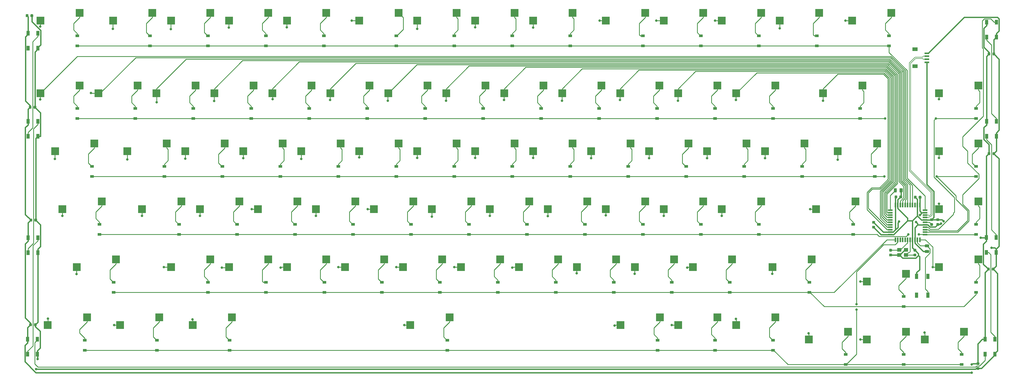
<source format=gbr>
G04 #@! TF.GenerationSoftware,KiCad,Pcbnew,(5.1.4)-1*
G04 #@! TF.CreationDate,2022-04-19T23:21:49-04:00*
G04 #@! TF.ProjectId,K-75,4b2d3735-2e6b-4696-9361-645f70636258,rev?*
G04 #@! TF.SameCoordinates,Original*
G04 #@! TF.FileFunction,Copper,L2,Bot*
G04 #@! TF.FilePolarity,Positive*
%FSLAX46Y46*%
G04 Gerber Fmt 4.6, Leading zero omitted, Abs format (unit mm)*
G04 Created by KiCad (PCBNEW (5.1.4)-1) date 2022-04-19 23:21:49*
%MOMM*%
%LPD*%
G04 APERTURE LIST*
%ADD10R,2.550000X2.500000*%
%ADD11R,1.000000X1.500000*%
%ADD12C,0.100000*%
%ADD13C,0.875000*%
%ADD14R,1.200000X0.900000*%
%ADD15R,1.400000X1.200000*%
%ADD16R,0.550000X1.500000*%
%ADD17R,1.500000X0.550000*%
%ADD18R,1.100000X1.800000*%
%ADD19C,0.975000*%
%ADD20R,1.800000X1.200000*%
%ADD21R,1.550000X0.600000*%
%ADD22C,0.800000*%
%ADD23C,0.381000*%
%ADD24C,0.250000*%
%ADD25C,0.200000*%
G04 APERTURE END LIST*
D10*
X367792000Y-141097000D03*
X354865000Y-143637000D03*
D11*
X58801000Y-90715000D03*
X55601000Y-90715000D03*
X58801000Y-85815000D03*
X55601000Y-85815000D03*
X373202000Y-191299000D03*
X370002000Y-191299000D03*
X373202000Y-186399000D03*
X370002000Y-186399000D03*
X58750000Y-119671000D03*
X55550000Y-119671000D03*
X58750000Y-114771000D03*
X55550000Y-114771000D03*
X373659000Y-157861000D03*
X370459000Y-157861000D03*
X373659000Y-152961000D03*
X370459000Y-152961000D03*
X58750000Y-157898000D03*
X55550000Y-157898000D03*
X58750000Y-152998000D03*
X55550000Y-152998000D03*
X373710000Y-119671000D03*
X370510000Y-119671000D03*
X373710000Y-114771000D03*
X370510000Y-114771000D03*
X58623000Y-191299000D03*
X55423000Y-191299000D03*
X58623000Y-186399000D03*
X55423000Y-186399000D03*
D12*
G36*
X367942691Y-193949553D02*
G01*
X367963926Y-193952703D01*
X367984750Y-193957919D01*
X368004962Y-193965151D01*
X368024368Y-193974330D01*
X368042781Y-193985366D01*
X368060024Y-193998154D01*
X368075930Y-194012570D01*
X368090346Y-194028476D01*
X368103134Y-194045719D01*
X368114170Y-194064132D01*
X368123349Y-194083538D01*
X368130581Y-194103750D01*
X368135797Y-194124574D01*
X368138947Y-194145809D01*
X368140000Y-194167250D01*
X368140000Y-194604750D01*
X368138947Y-194626191D01*
X368135797Y-194647426D01*
X368130581Y-194668250D01*
X368123349Y-194688462D01*
X368114170Y-194707868D01*
X368103134Y-194726281D01*
X368090346Y-194743524D01*
X368075930Y-194759430D01*
X368060024Y-194773846D01*
X368042781Y-194786634D01*
X368024368Y-194797670D01*
X368004962Y-194806849D01*
X367984750Y-194814081D01*
X367963926Y-194819297D01*
X367942691Y-194822447D01*
X367921250Y-194823500D01*
X367408750Y-194823500D01*
X367387309Y-194822447D01*
X367366074Y-194819297D01*
X367345250Y-194814081D01*
X367325038Y-194806849D01*
X367305632Y-194797670D01*
X367287219Y-194786634D01*
X367269976Y-194773846D01*
X367254070Y-194759430D01*
X367239654Y-194743524D01*
X367226866Y-194726281D01*
X367215830Y-194707868D01*
X367206651Y-194688462D01*
X367199419Y-194668250D01*
X367194203Y-194647426D01*
X367191053Y-194626191D01*
X367190000Y-194604750D01*
X367190000Y-194167250D01*
X367191053Y-194145809D01*
X367194203Y-194124574D01*
X367199419Y-194103750D01*
X367206651Y-194083538D01*
X367215830Y-194064132D01*
X367226866Y-194045719D01*
X367239654Y-194028476D01*
X367254070Y-194012570D01*
X367269976Y-193998154D01*
X367287219Y-193985366D01*
X367305632Y-193974330D01*
X367325038Y-193965151D01*
X367345250Y-193957919D01*
X367366074Y-193952703D01*
X367387309Y-193949553D01*
X367408750Y-193948500D01*
X367921250Y-193948500D01*
X367942691Y-193949553D01*
X367942691Y-193949553D01*
G37*
D13*
X367665000Y-194386000D03*
D12*
G36*
X367942691Y-195524553D02*
G01*
X367963926Y-195527703D01*
X367984750Y-195532919D01*
X368004962Y-195540151D01*
X368024368Y-195549330D01*
X368042781Y-195560366D01*
X368060024Y-195573154D01*
X368075930Y-195587570D01*
X368090346Y-195603476D01*
X368103134Y-195620719D01*
X368114170Y-195639132D01*
X368123349Y-195658538D01*
X368130581Y-195678750D01*
X368135797Y-195699574D01*
X368138947Y-195720809D01*
X368140000Y-195742250D01*
X368140000Y-196179750D01*
X368138947Y-196201191D01*
X368135797Y-196222426D01*
X368130581Y-196243250D01*
X368123349Y-196263462D01*
X368114170Y-196282868D01*
X368103134Y-196301281D01*
X368090346Y-196318524D01*
X368075930Y-196334430D01*
X368060024Y-196348846D01*
X368042781Y-196361634D01*
X368024368Y-196372670D01*
X368004962Y-196381849D01*
X367984750Y-196389081D01*
X367963926Y-196394297D01*
X367942691Y-196397447D01*
X367921250Y-196398500D01*
X367408750Y-196398500D01*
X367387309Y-196397447D01*
X367366074Y-196394297D01*
X367345250Y-196389081D01*
X367325038Y-196381849D01*
X367305632Y-196372670D01*
X367287219Y-196361634D01*
X367269976Y-196348846D01*
X367254070Y-196334430D01*
X367239654Y-196318524D01*
X367226866Y-196301281D01*
X367215830Y-196282868D01*
X367206651Y-196263462D01*
X367199419Y-196243250D01*
X367194203Y-196222426D01*
X367191053Y-196201191D01*
X367190000Y-196179750D01*
X367190000Y-195742250D01*
X367191053Y-195720809D01*
X367194203Y-195699574D01*
X367199419Y-195678750D01*
X367206651Y-195658538D01*
X367215830Y-195639132D01*
X367226866Y-195620719D01*
X367239654Y-195603476D01*
X367254070Y-195587570D01*
X367269976Y-195573154D01*
X367287219Y-195560366D01*
X367305632Y-195549330D01*
X367325038Y-195540151D01*
X367345250Y-195532919D01*
X367366074Y-195527703D01*
X367387309Y-195524553D01*
X367408750Y-195523500D01*
X367921250Y-195523500D01*
X367942691Y-195524553D01*
X367942691Y-195524553D01*
G37*
D13*
X367665000Y-195961000D03*
D12*
G36*
X371537191Y-92109053D02*
G01*
X371558426Y-92112203D01*
X371579250Y-92117419D01*
X371599462Y-92124651D01*
X371618868Y-92133830D01*
X371637281Y-92144866D01*
X371654524Y-92157654D01*
X371670430Y-92172070D01*
X371684846Y-92187976D01*
X371697634Y-92205219D01*
X371708670Y-92223632D01*
X371717849Y-92243038D01*
X371725081Y-92263250D01*
X371730297Y-92284074D01*
X371733447Y-92305309D01*
X371734500Y-92326750D01*
X371734500Y-92839250D01*
X371733447Y-92860691D01*
X371730297Y-92881926D01*
X371725081Y-92902750D01*
X371717849Y-92922962D01*
X371708670Y-92942368D01*
X371697634Y-92960781D01*
X371684846Y-92978024D01*
X371670430Y-92993930D01*
X371654524Y-93008346D01*
X371637281Y-93021134D01*
X371618868Y-93032170D01*
X371599462Y-93041349D01*
X371579250Y-93048581D01*
X371558426Y-93053797D01*
X371537191Y-93056947D01*
X371515750Y-93058000D01*
X371078250Y-93058000D01*
X371056809Y-93056947D01*
X371035574Y-93053797D01*
X371014750Y-93048581D01*
X370994538Y-93041349D01*
X370975132Y-93032170D01*
X370956719Y-93021134D01*
X370939476Y-93008346D01*
X370923570Y-92993930D01*
X370909154Y-92978024D01*
X370896366Y-92960781D01*
X370885330Y-92942368D01*
X370876151Y-92922962D01*
X370868919Y-92902750D01*
X370863703Y-92881926D01*
X370860553Y-92860691D01*
X370859500Y-92839250D01*
X370859500Y-92326750D01*
X370860553Y-92305309D01*
X370863703Y-92284074D01*
X370868919Y-92263250D01*
X370876151Y-92243038D01*
X370885330Y-92223632D01*
X370896366Y-92205219D01*
X370909154Y-92187976D01*
X370923570Y-92172070D01*
X370939476Y-92157654D01*
X370956719Y-92144866D01*
X370975132Y-92133830D01*
X370994538Y-92124651D01*
X371014750Y-92117419D01*
X371035574Y-92112203D01*
X371056809Y-92109053D01*
X371078250Y-92108000D01*
X371515750Y-92108000D01*
X371537191Y-92109053D01*
X371537191Y-92109053D01*
G37*
D13*
X371297000Y-92583000D03*
D12*
G36*
X373112191Y-92109053D02*
G01*
X373133426Y-92112203D01*
X373154250Y-92117419D01*
X373174462Y-92124651D01*
X373193868Y-92133830D01*
X373212281Y-92144866D01*
X373229524Y-92157654D01*
X373245430Y-92172070D01*
X373259846Y-92187976D01*
X373272634Y-92205219D01*
X373283670Y-92223632D01*
X373292849Y-92243038D01*
X373300081Y-92263250D01*
X373305297Y-92284074D01*
X373308447Y-92305309D01*
X373309500Y-92326750D01*
X373309500Y-92839250D01*
X373308447Y-92860691D01*
X373305297Y-92881926D01*
X373300081Y-92902750D01*
X373292849Y-92922962D01*
X373283670Y-92942368D01*
X373272634Y-92960781D01*
X373259846Y-92978024D01*
X373245430Y-92993930D01*
X373229524Y-93008346D01*
X373212281Y-93021134D01*
X373193868Y-93032170D01*
X373174462Y-93041349D01*
X373154250Y-93048581D01*
X373133426Y-93053797D01*
X373112191Y-93056947D01*
X373090750Y-93058000D01*
X372653250Y-93058000D01*
X372631809Y-93056947D01*
X372610574Y-93053797D01*
X372589750Y-93048581D01*
X372569538Y-93041349D01*
X372550132Y-93032170D01*
X372531719Y-93021134D01*
X372514476Y-93008346D01*
X372498570Y-92993930D01*
X372484154Y-92978024D01*
X372471366Y-92960781D01*
X372460330Y-92942368D01*
X372451151Y-92922962D01*
X372443919Y-92902750D01*
X372438703Y-92881926D01*
X372435553Y-92860691D01*
X372434500Y-92839250D01*
X372434500Y-92326750D01*
X372435553Y-92305309D01*
X372438703Y-92284074D01*
X372443919Y-92263250D01*
X372451151Y-92243038D01*
X372460330Y-92223632D01*
X372471366Y-92205219D01*
X372484154Y-92187976D01*
X372498570Y-92172070D01*
X372514476Y-92157654D01*
X372531719Y-92144866D01*
X372550132Y-92133830D01*
X372569538Y-92124651D01*
X372589750Y-92117419D01*
X372610574Y-92112203D01*
X372631809Y-92109053D01*
X372653250Y-92108000D01*
X373090750Y-92108000D01*
X373112191Y-92109053D01*
X373112191Y-92109053D01*
G37*
D13*
X372872000Y-92583000D03*
D12*
G36*
X56602691Y-181136053D02*
G01*
X56623926Y-181139203D01*
X56644750Y-181144419D01*
X56664962Y-181151651D01*
X56684368Y-181160830D01*
X56702781Y-181171866D01*
X56720024Y-181184654D01*
X56735930Y-181199070D01*
X56750346Y-181214976D01*
X56763134Y-181232219D01*
X56774170Y-181250632D01*
X56783349Y-181270038D01*
X56790581Y-181290250D01*
X56795797Y-181311074D01*
X56798947Y-181332309D01*
X56800000Y-181353750D01*
X56800000Y-181866250D01*
X56798947Y-181887691D01*
X56795797Y-181908926D01*
X56790581Y-181929750D01*
X56783349Y-181949962D01*
X56774170Y-181969368D01*
X56763134Y-181987781D01*
X56750346Y-182005024D01*
X56735930Y-182020930D01*
X56720024Y-182035346D01*
X56702781Y-182048134D01*
X56684368Y-182059170D01*
X56664962Y-182068349D01*
X56644750Y-182075581D01*
X56623926Y-182080797D01*
X56602691Y-182083947D01*
X56581250Y-182085000D01*
X56143750Y-182085000D01*
X56122309Y-182083947D01*
X56101074Y-182080797D01*
X56080250Y-182075581D01*
X56060038Y-182068349D01*
X56040632Y-182059170D01*
X56022219Y-182048134D01*
X56004976Y-182035346D01*
X55989070Y-182020930D01*
X55974654Y-182005024D01*
X55961866Y-181987781D01*
X55950830Y-181969368D01*
X55941651Y-181949962D01*
X55934419Y-181929750D01*
X55929203Y-181908926D01*
X55926053Y-181887691D01*
X55925000Y-181866250D01*
X55925000Y-181353750D01*
X55926053Y-181332309D01*
X55929203Y-181311074D01*
X55934419Y-181290250D01*
X55941651Y-181270038D01*
X55950830Y-181250632D01*
X55961866Y-181232219D01*
X55974654Y-181214976D01*
X55989070Y-181199070D01*
X56004976Y-181184654D01*
X56022219Y-181171866D01*
X56040632Y-181160830D01*
X56060038Y-181151651D01*
X56080250Y-181144419D01*
X56101074Y-181139203D01*
X56122309Y-181136053D01*
X56143750Y-181135000D01*
X56581250Y-181135000D01*
X56602691Y-181136053D01*
X56602691Y-181136053D01*
G37*
D13*
X56362500Y-181610000D03*
D12*
G36*
X58177691Y-181136053D02*
G01*
X58198926Y-181139203D01*
X58219750Y-181144419D01*
X58239962Y-181151651D01*
X58259368Y-181160830D01*
X58277781Y-181171866D01*
X58295024Y-181184654D01*
X58310930Y-181199070D01*
X58325346Y-181214976D01*
X58338134Y-181232219D01*
X58349170Y-181250632D01*
X58358349Y-181270038D01*
X58365581Y-181290250D01*
X58370797Y-181311074D01*
X58373947Y-181332309D01*
X58375000Y-181353750D01*
X58375000Y-181866250D01*
X58373947Y-181887691D01*
X58370797Y-181908926D01*
X58365581Y-181929750D01*
X58358349Y-181949962D01*
X58349170Y-181969368D01*
X58338134Y-181987781D01*
X58325346Y-182005024D01*
X58310930Y-182020930D01*
X58295024Y-182035346D01*
X58277781Y-182048134D01*
X58259368Y-182059170D01*
X58239962Y-182068349D01*
X58219750Y-182075581D01*
X58198926Y-182080797D01*
X58177691Y-182083947D01*
X58156250Y-182085000D01*
X57718750Y-182085000D01*
X57697309Y-182083947D01*
X57676074Y-182080797D01*
X57655250Y-182075581D01*
X57635038Y-182068349D01*
X57615632Y-182059170D01*
X57597219Y-182048134D01*
X57579976Y-182035346D01*
X57564070Y-182020930D01*
X57549654Y-182005024D01*
X57536866Y-181987781D01*
X57525830Y-181969368D01*
X57516651Y-181949962D01*
X57509419Y-181929750D01*
X57504203Y-181908926D01*
X57501053Y-181887691D01*
X57500000Y-181866250D01*
X57500000Y-181353750D01*
X57501053Y-181332309D01*
X57504203Y-181311074D01*
X57509419Y-181290250D01*
X57516651Y-181270038D01*
X57525830Y-181250632D01*
X57536866Y-181232219D01*
X57549654Y-181214976D01*
X57564070Y-181199070D01*
X57579976Y-181184654D01*
X57597219Y-181171866D01*
X57615632Y-181160830D01*
X57635038Y-181151651D01*
X57655250Y-181144419D01*
X57676074Y-181139203D01*
X57697309Y-181136053D01*
X57718750Y-181135000D01*
X58156250Y-181135000D01*
X58177691Y-181136053D01*
X58177691Y-181136053D01*
G37*
D13*
X57937500Y-181610000D03*
D12*
G36*
X56729691Y-146719053D02*
G01*
X56750926Y-146722203D01*
X56771750Y-146727419D01*
X56791962Y-146734651D01*
X56811368Y-146743830D01*
X56829781Y-146754866D01*
X56847024Y-146767654D01*
X56862930Y-146782070D01*
X56877346Y-146797976D01*
X56890134Y-146815219D01*
X56901170Y-146833632D01*
X56910349Y-146853038D01*
X56917581Y-146873250D01*
X56922797Y-146894074D01*
X56925947Y-146915309D01*
X56927000Y-146936750D01*
X56927000Y-147449250D01*
X56925947Y-147470691D01*
X56922797Y-147491926D01*
X56917581Y-147512750D01*
X56910349Y-147532962D01*
X56901170Y-147552368D01*
X56890134Y-147570781D01*
X56877346Y-147588024D01*
X56862930Y-147603930D01*
X56847024Y-147618346D01*
X56829781Y-147631134D01*
X56811368Y-147642170D01*
X56791962Y-147651349D01*
X56771750Y-147658581D01*
X56750926Y-147663797D01*
X56729691Y-147666947D01*
X56708250Y-147668000D01*
X56270750Y-147668000D01*
X56249309Y-147666947D01*
X56228074Y-147663797D01*
X56207250Y-147658581D01*
X56187038Y-147651349D01*
X56167632Y-147642170D01*
X56149219Y-147631134D01*
X56131976Y-147618346D01*
X56116070Y-147603930D01*
X56101654Y-147588024D01*
X56088866Y-147570781D01*
X56077830Y-147552368D01*
X56068651Y-147532962D01*
X56061419Y-147512750D01*
X56056203Y-147491926D01*
X56053053Y-147470691D01*
X56052000Y-147449250D01*
X56052000Y-146936750D01*
X56053053Y-146915309D01*
X56056203Y-146894074D01*
X56061419Y-146873250D01*
X56068651Y-146853038D01*
X56077830Y-146833632D01*
X56088866Y-146815219D01*
X56101654Y-146797976D01*
X56116070Y-146782070D01*
X56131976Y-146767654D01*
X56149219Y-146754866D01*
X56167632Y-146743830D01*
X56187038Y-146734651D01*
X56207250Y-146727419D01*
X56228074Y-146722203D01*
X56249309Y-146719053D01*
X56270750Y-146718000D01*
X56708250Y-146718000D01*
X56729691Y-146719053D01*
X56729691Y-146719053D01*
G37*
D13*
X56489500Y-147193000D03*
D12*
G36*
X58304691Y-146719053D02*
G01*
X58325926Y-146722203D01*
X58346750Y-146727419D01*
X58366962Y-146734651D01*
X58386368Y-146743830D01*
X58404781Y-146754866D01*
X58422024Y-146767654D01*
X58437930Y-146782070D01*
X58452346Y-146797976D01*
X58465134Y-146815219D01*
X58476170Y-146833632D01*
X58485349Y-146853038D01*
X58492581Y-146873250D01*
X58497797Y-146894074D01*
X58500947Y-146915309D01*
X58502000Y-146936750D01*
X58502000Y-147449250D01*
X58500947Y-147470691D01*
X58497797Y-147491926D01*
X58492581Y-147512750D01*
X58485349Y-147532962D01*
X58476170Y-147552368D01*
X58465134Y-147570781D01*
X58452346Y-147588024D01*
X58437930Y-147603930D01*
X58422024Y-147618346D01*
X58404781Y-147631134D01*
X58386368Y-147642170D01*
X58366962Y-147651349D01*
X58346750Y-147658581D01*
X58325926Y-147663797D01*
X58304691Y-147666947D01*
X58283250Y-147668000D01*
X57845750Y-147668000D01*
X57824309Y-147666947D01*
X57803074Y-147663797D01*
X57782250Y-147658581D01*
X57762038Y-147651349D01*
X57742632Y-147642170D01*
X57724219Y-147631134D01*
X57706976Y-147618346D01*
X57691070Y-147603930D01*
X57676654Y-147588024D01*
X57663866Y-147570781D01*
X57652830Y-147552368D01*
X57643651Y-147532962D01*
X57636419Y-147512750D01*
X57631203Y-147491926D01*
X57628053Y-147470691D01*
X57627000Y-147449250D01*
X57627000Y-146936750D01*
X57628053Y-146915309D01*
X57631203Y-146894074D01*
X57636419Y-146873250D01*
X57643651Y-146853038D01*
X57652830Y-146833632D01*
X57663866Y-146815219D01*
X57676654Y-146797976D01*
X57691070Y-146782070D01*
X57706976Y-146767654D01*
X57724219Y-146754866D01*
X57742632Y-146743830D01*
X57762038Y-146734651D01*
X57782250Y-146727419D01*
X57803074Y-146722203D01*
X57824309Y-146719053D01*
X57845750Y-146718000D01*
X58283250Y-146718000D01*
X58304691Y-146719053D01*
X58304691Y-146719053D01*
G37*
D13*
X58064500Y-147193000D03*
D12*
G36*
X371537191Y-124875053D02*
G01*
X371558426Y-124878203D01*
X371579250Y-124883419D01*
X371599462Y-124890651D01*
X371618868Y-124899830D01*
X371637281Y-124910866D01*
X371654524Y-124923654D01*
X371670430Y-124938070D01*
X371684846Y-124953976D01*
X371697634Y-124971219D01*
X371708670Y-124989632D01*
X371717849Y-125009038D01*
X371725081Y-125029250D01*
X371730297Y-125050074D01*
X371733447Y-125071309D01*
X371734500Y-125092750D01*
X371734500Y-125605250D01*
X371733447Y-125626691D01*
X371730297Y-125647926D01*
X371725081Y-125668750D01*
X371717849Y-125688962D01*
X371708670Y-125708368D01*
X371697634Y-125726781D01*
X371684846Y-125744024D01*
X371670430Y-125759930D01*
X371654524Y-125774346D01*
X371637281Y-125787134D01*
X371618868Y-125798170D01*
X371599462Y-125807349D01*
X371579250Y-125814581D01*
X371558426Y-125819797D01*
X371537191Y-125822947D01*
X371515750Y-125824000D01*
X371078250Y-125824000D01*
X371056809Y-125822947D01*
X371035574Y-125819797D01*
X371014750Y-125814581D01*
X370994538Y-125807349D01*
X370975132Y-125798170D01*
X370956719Y-125787134D01*
X370939476Y-125774346D01*
X370923570Y-125759930D01*
X370909154Y-125744024D01*
X370896366Y-125726781D01*
X370885330Y-125708368D01*
X370876151Y-125688962D01*
X370868919Y-125668750D01*
X370863703Y-125647926D01*
X370860553Y-125626691D01*
X370859500Y-125605250D01*
X370859500Y-125092750D01*
X370860553Y-125071309D01*
X370863703Y-125050074D01*
X370868919Y-125029250D01*
X370876151Y-125009038D01*
X370885330Y-124989632D01*
X370896366Y-124971219D01*
X370909154Y-124953976D01*
X370923570Y-124938070D01*
X370939476Y-124923654D01*
X370956719Y-124910866D01*
X370975132Y-124899830D01*
X370994538Y-124890651D01*
X371014750Y-124883419D01*
X371035574Y-124878203D01*
X371056809Y-124875053D01*
X371078250Y-124874000D01*
X371515750Y-124874000D01*
X371537191Y-124875053D01*
X371537191Y-124875053D01*
G37*
D13*
X371297000Y-125349000D03*
D12*
G36*
X373112191Y-124875053D02*
G01*
X373133426Y-124878203D01*
X373154250Y-124883419D01*
X373174462Y-124890651D01*
X373193868Y-124899830D01*
X373212281Y-124910866D01*
X373229524Y-124923654D01*
X373245430Y-124938070D01*
X373259846Y-124953976D01*
X373272634Y-124971219D01*
X373283670Y-124989632D01*
X373292849Y-125009038D01*
X373300081Y-125029250D01*
X373305297Y-125050074D01*
X373308447Y-125071309D01*
X373309500Y-125092750D01*
X373309500Y-125605250D01*
X373308447Y-125626691D01*
X373305297Y-125647926D01*
X373300081Y-125668750D01*
X373292849Y-125688962D01*
X373283670Y-125708368D01*
X373272634Y-125726781D01*
X373259846Y-125744024D01*
X373245430Y-125759930D01*
X373229524Y-125774346D01*
X373212281Y-125787134D01*
X373193868Y-125798170D01*
X373174462Y-125807349D01*
X373154250Y-125814581D01*
X373133426Y-125819797D01*
X373112191Y-125822947D01*
X373090750Y-125824000D01*
X372653250Y-125824000D01*
X372631809Y-125822947D01*
X372610574Y-125819797D01*
X372589750Y-125814581D01*
X372569538Y-125807349D01*
X372550132Y-125798170D01*
X372531719Y-125787134D01*
X372514476Y-125774346D01*
X372498570Y-125759930D01*
X372484154Y-125744024D01*
X372471366Y-125726781D01*
X372460330Y-125708368D01*
X372451151Y-125688962D01*
X372443919Y-125668750D01*
X372438703Y-125647926D01*
X372435553Y-125626691D01*
X372434500Y-125605250D01*
X372434500Y-125092750D01*
X372435553Y-125071309D01*
X372438703Y-125050074D01*
X372443919Y-125029250D01*
X372451151Y-125009038D01*
X372460330Y-124989632D01*
X372471366Y-124971219D01*
X372484154Y-124953976D01*
X372498570Y-124938070D01*
X372514476Y-124923654D01*
X372531719Y-124910866D01*
X372550132Y-124899830D01*
X372569538Y-124890651D01*
X372589750Y-124883419D01*
X372610574Y-124878203D01*
X372631809Y-124875053D01*
X372653250Y-124874000D01*
X373090750Y-124874000D01*
X373112191Y-124875053D01*
X373112191Y-124875053D01*
G37*
D13*
X372872000Y-125349000D03*
D12*
G36*
X371334191Y-162848053D02*
G01*
X371355426Y-162851203D01*
X371376250Y-162856419D01*
X371396462Y-162863651D01*
X371415868Y-162872830D01*
X371434281Y-162883866D01*
X371451524Y-162896654D01*
X371467430Y-162911070D01*
X371481846Y-162926976D01*
X371494634Y-162944219D01*
X371505670Y-162962632D01*
X371514849Y-162982038D01*
X371522081Y-163002250D01*
X371527297Y-163023074D01*
X371530447Y-163044309D01*
X371531500Y-163065750D01*
X371531500Y-163578250D01*
X371530447Y-163599691D01*
X371527297Y-163620926D01*
X371522081Y-163641750D01*
X371514849Y-163661962D01*
X371505670Y-163681368D01*
X371494634Y-163699781D01*
X371481846Y-163717024D01*
X371467430Y-163732930D01*
X371451524Y-163747346D01*
X371434281Y-163760134D01*
X371415868Y-163771170D01*
X371396462Y-163780349D01*
X371376250Y-163787581D01*
X371355426Y-163792797D01*
X371334191Y-163795947D01*
X371312750Y-163797000D01*
X370875250Y-163797000D01*
X370853809Y-163795947D01*
X370832574Y-163792797D01*
X370811750Y-163787581D01*
X370791538Y-163780349D01*
X370772132Y-163771170D01*
X370753719Y-163760134D01*
X370736476Y-163747346D01*
X370720570Y-163732930D01*
X370706154Y-163717024D01*
X370693366Y-163699781D01*
X370682330Y-163681368D01*
X370673151Y-163661962D01*
X370665919Y-163641750D01*
X370660703Y-163620926D01*
X370657553Y-163599691D01*
X370656500Y-163578250D01*
X370656500Y-163065750D01*
X370657553Y-163044309D01*
X370660703Y-163023074D01*
X370665919Y-163002250D01*
X370673151Y-162982038D01*
X370682330Y-162962632D01*
X370693366Y-162944219D01*
X370706154Y-162926976D01*
X370720570Y-162911070D01*
X370736476Y-162896654D01*
X370753719Y-162883866D01*
X370772132Y-162872830D01*
X370791538Y-162863651D01*
X370811750Y-162856419D01*
X370832574Y-162851203D01*
X370853809Y-162848053D01*
X370875250Y-162847000D01*
X371312750Y-162847000D01*
X371334191Y-162848053D01*
X371334191Y-162848053D01*
G37*
D13*
X371094000Y-163322000D03*
D12*
G36*
X372909191Y-162848053D02*
G01*
X372930426Y-162851203D01*
X372951250Y-162856419D01*
X372971462Y-162863651D01*
X372990868Y-162872830D01*
X373009281Y-162883866D01*
X373026524Y-162896654D01*
X373042430Y-162911070D01*
X373056846Y-162926976D01*
X373069634Y-162944219D01*
X373080670Y-162962632D01*
X373089849Y-162982038D01*
X373097081Y-163002250D01*
X373102297Y-163023074D01*
X373105447Y-163044309D01*
X373106500Y-163065750D01*
X373106500Y-163578250D01*
X373105447Y-163599691D01*
X373102297Y-163620926D01*
X373097081Y-163641750D01*
X373089849Y-163661962D01*
X373080670Y-163681368D01*
X373069634Y-163699781D01*
X373056846Y-163717024D01*
X373042430Y-163732930D01*
X373026524Y-163747346D01*
X373009281Y-163760134D01*
X372990868Y-163771170D01*
X372971462Y-163780349D01*
X372951250Y-163787581D01*
X372930426Y-163792797D01*
X372909191Y-163795947D01*
X372887750Y-163797000D01*
X372450250Y-163797000D01*
X372428809Y-163795947D01*
X372407574Y-163792797D01*
X372386750Y-163787581D01*
X372366538Y-163780349D01*
X372347132Y-163771170D01*
X372328719Y-163760134D01*
X372311476Y-163747346D01*
X372295570Y-163732930D01*
X372281154Y-163717024D01*
X372268366Y-163699781D01*
X372257330Y-163681368D01*
X372248151Y-163661962D01*
X372240919Y-163641750D01*
X372235703Y-163620926D01*
X372232553Y-163599691D01*
X372231500Y-163578250D01*
X372231500Y-163065750D01*
X372232553Y-163044309D01*
X372235703Y-163023074D01*
X372240919Y-163002250D01*
X372248151Y-162982038D01*
X372257330Y-162962632D01*
X372268366Y-162944219D01*
X372281154Y-162926976D01*
X372295570Y-162911070D01*
X372311476Y-162896654D01*
X372328719Y-162883866D01*
X372347132Y-162872830D01*
X372366538Y-162863651D01*
X372386750Y-162856419D01*
X372407574Y-162851203D01*
X372428809Y-162848053D01*
X372450250Y-162847000D01*
X372887750Y-162847000D01*
X372909191Y-162848053D01*
X372909191Y-162848053D01*
G37*
D13*
X372669000Y-163322000D03*
D12*
G36*
X56475691Y-109635053D02*
G01*
X56496926Y-109638203D01*
X56517750Y-109643419D01*
X56537962Y-109650651D01*
X56557368Y-109659830D01*
X56575781Y-109670866D01*
X56593024Y-109683654D01*
X56608930Y-109698070D01*
X56623346Y-109713976D01*
X56636134Y-109731219D01*
X56647170Y-109749632D01*
X56656349Y-109769038D01*
X56663581Y-109789250D01*
X56668797Y-109810074D01*
X56671947Y-109831309D01*
X56673000Y-109852750D01*
X56673000Y-110365250D01*
X56671947Y-110386691D01*
X56668797Y-110407926D01*
X56663581Y-110428750D01*
X56656349Y-110448962D01*
X56647170Y-110468368D01*
X56636134Y-110486781D01*
X56623346Y-110504024D01*
X56608930Y-110519930D01*
X56593024Y-110534346D01*
X56575781Y-110547134D01*
X56557368Y-110558170D01*
X56537962Y-110567349D01*
X56517750Y-110574581D01*
X56496926Y-110579797D01*
X56475691Y-110582947D01*
X56454250Y-110584000D01*
X56016750Y-110584000D01*
X55995309Y-110582947D01*
X55974074Y-110579797D01*
X55953250Y-110574581D01*
X55933038Y-110567349D01*
X55913632Y-110558170D01*
X55895219Y-110547134D01*
X55877976Y-110534346D01*
X55862070Y-110519930D01*
X55847654Y-110504024D01*
X55834866Y-110486781D01*
X55823830Y-110468368D01*
X55814651Y-110448962D01*
X55807419Y-110428750D01*
X55802203Y-110407926D01*
X55799053Y-110386691D01*
X55798000Y-110365250D01*
X55798000Y-109852750D01*
X55799053Y-109831309D01*
X55802203Y-109810074D01*
X55807419Y-109789250D01*
X55814651Y-109769038D01*
X55823830Y-109749632D01*
X55834866Y-109731219D01*
X55847654Y-109713976D01*
X55862070Y-109698070D01*
X55877976Y-109683654D01*
X55895219Y-109670866D01*
X55913632Y-109659830D01*
X55933038Y-109650651D01*
X55953250Y-109643419D01*
X55974074Y-109638203D01*
X55995309Y-109635053D01*
X56016750Y-109634000D01*
X56454250Y-109634000D01*
X56475691Y-109635053D01*
X56475691Y-109635053D01*
G37*
D13*
X56235500Y-110109000D03*
D12*
G36*
X58050691Y-109635053D02*
G01*
X58071926Y-109638203D01*
X58092750Y-109643419D01*
X58112962Y-109650651D01*
X58132368Y-109659830D01*
X58150781Y-109670866D01*
X58168024Y-109683654D01*
X58183930Y-109698070D01*
X58198346Y-109713976D01*
X58211134Y-109731219D01*
X58222170Y-109749632D01*
X58231349Y-109769038D01*
X58238581Y-109789250D01*
X58243797Y-109810074D01*
X58246947Y-109831309D01*
X58248000Y-109852750D01*
X58248000Y-110365250D01*
X58246947Y-110386691D01*
X58243797Y-110407926D01*
X58238581Y-110428750D01*
X58231349Y-110448962D01*
X58222170Y-110468368D01*
X58211134Y-110486781D01*
X58198346Y-110504024D01*
X58183930Y-110519930D01*
X58168024Y-110534346D01*
X58150781Y-110547134D01*
X58132368Y-110558170D01*
X58112962Y-110567349D01*
X58092750Y-110574581D01*
X58071926Y-110579797D01*
X58050691Y-110582947D01*
X58029250Y-110584000D01*
X57591750Y-110584000D01*
X57570309Y-110582947D01*
X57549074Y-110579797D01*
X57528250Y-110574581D01*
X57508038Y-110567349D01*
X57488632Y-110558170D01*
X57470219Y-110547134D01*
X57452976Y-110534346D01*
X57437070Y-110519930D01*
X57422654Y-110504024D01*
X57409866Y-110486781D01*
X57398830Y-110468368D01*
X57389651Y-110448962D01*
X57382419Y-110428750D01*
X57377203Y-110407926D01*
X57374053Y-110386691D01*
X57373000Y-110365250D01*
X57373000Y-109852750D01*
X57374053Y-109831309D01*
X57377203Y-109810074D01*
X57382419Y-109789250D01*
X57389651Y-109769038D01*
X57398830Y-109749632D01*
X57409866Y-109731219D01*
X57422654Y-109713976D01*
X57437070Y-109698070D01*
X57452976Y-109683654D01*
X57470219Y-109670866D01*
X57488632Y-109659830D01*
X57508038Y-109650651D01*
X57528250Y-109643419D01*
X57549074Y-109638203D01*
X57570309Y-109635053D01*
X57591750Y-109634000D01*
X58029250Y-109634000D01*
X58050691Y-109635053D01*
X58050691Y-109635053D01*
G37*
D13*
X57810500Y-110109000D03*
D12*
G36*
X55459691Y-79536053D02*
G01*
X55480926Y-79539203D01*
X55501750Y-79544419D01*
X55521962Y-79551651D01*
X55541368Y-79560830D01*
X55559781Y-79571866D01*
X55577024Y-79584654D01*
X55592930Y-79599070D01*
X55607346Y-79614976D01*
X55620134Y-79632219D01*
X55631170Y-79650632D01*
X55640349Y-79670038D01*
X55647581Y-79690250D01*
X55652797Y-79711074D01*
X55655947Y-79732309D01*
X55657000Y-79753750D01*
X55657000Y-80266250D01*
X55655947Y-80287691D01*
X55652797Y-80308926D01*
X55647581Y-80329750D01*
X55640349Y-80349962D01*
X55631170Y-80369368D01*
X55620134Y-80387781D01*
X55607346Y-80405024D01*
X55592930Y-80420930D01*
X55577024Y-80435346D01*
X55559781Y-80448134D01*
X55541368Y-80459170D01*
X55521962Y-80468349D01*
X55501750Y-80475581D01*
X55480926Y-80480797D01*
X55459691Y-80483947D01*
X55438250Y-80485000D01*
X55000750Y-80485000D01*
X54979309Y-80483947D01*
X54958074Y-80480797D01*
X54937250Y-80475581D01*
X54917038Y-80468349D01*
X54897632Y-80459170D01*
X54879219Y-80448134D01*
X54861976Y-80435346D01*
X54846070Y-80420930D01*
X54831654Y-80405024D01*
X54818866Y-80387781D01*
X54807830Y-80369368D01*
X54798651Y-80349962D01*
X54791419Y-80329750D01*
X54786203Y-80308926D01*
X54783053Y-80287691D01*
X54782000Y-80266250D01*
X54782000Y-79753750D01*
X54783053Y-79732309D01*
X54786203Y-79711074D01*
X54791419Y-79690250D01*
X54798651Y-79670038D01*
X54807830Y-79650632D01*
X54818866Y-79632219D01*
X54831654Y-79614976D01*
X54846070Y-79599070D01*
X54861976Y-79584654D01*
X54879219Y-79571866D01*
X54897632Y-79560830D01*
X54917038Y-79551651D01*
X54937250Y-79544419D01*
X54958074Y-79539203D01*
X54979309Y-79536053D01*
X55000750Y-79535000D01*
X55438250Y-79535000D01*
X55459691Y-79536053D01*
X55459691Y-79536053D01*
G37*
D13*
X55219500Y-80010000D03*
D12*
G36*
X57034691Y-79536053D02*
G01*
X57055926Y-79539203D01*
X57076750Y-79544419D01*
X57096962Y-79551651D01*
X57116368Y-79560830D01*
X57134781Y-79571866D01*
X57152024Y-79584654D01*
X57167930Y-79599070D01*
X57182346Y-79614976D01*
X57195134Y-79632219D01*
X57206170Y-79650632D01*
X57215349Y-79670038D01*
X57222581Y-79690250D01*
X57227797Y-79711074D01*
X57230947Y-79732309D01*
X57232000Y-79753750D01*
X57232000Y-80266250D01*
X57230947Y-80287691D01*
X57227797Y-80308926D01*
X57222581Y-80329750D01*
X57215349Y-80349962D01*
X57206170Y-80369368D01*
X57195134Y-80387781D01*
X57182346Y-80405024D01*
X57167930Y-80420930D01*
X57152024Y-80435346D01*
X57134781Y-80448134D01*
X57116368Y-80459170D01*
X57096962Y-80468349D01*
X57076750Y-80475581D01*
X57055926Y-80480797D01*
X57034691Y-80483947D01*
X57013250Y-80485000D01*
X56575750Y-80485000D01*
X56554309Y-80483947D01*
X56533074Y-80480797D01*
X56512250Y-80475581D01*
X56492038Y-80468349D01*
X56472632Y-80459170D01*
X56454219Y-80448134D01*
X56436976Y-80435346D01*
X56421070Y-80420930D01*
X56406654Y-80405024D01*
X56393866Y-80387781D01*
X56382830Y-80369368D01*
X56373651Y-80349962D01*
X56366419Y-80329750D01*
X56361203Y-80308926D01*
X56358053Y-80287691D01*
X56357000Y-80266250D01*
X56357000Y-79753750D01*
X56358053Y-79732309D01*
X56361203Y-79711074D01*
X56366419Y-79690250D01*
X56373651Y-79670038D01*
X56382830Y-79650632D01*
X56393866Y-79632219D01*
X56406654Y-79614976D01*
X56421070Y-79599070D01*
X56436976Y-79584654D01*
X56454219Y-79571866D01*
X56472632Y-79560830D01*
X56492038Y-79551651D01*
X56512250Y-79544419D01*
X56533074Y-79539203D01*
X56554309Y-79536053D01*
X56575750Y-79535000D01*
X57013250Y-79535000D01*
X57034691Y-79536053D01*
X57034691Y-79536053D01*
G37*
D13*
X56794500Y-80010000D03*
D11*
X373710000Y-87032000D03*
X370510000Y-87032000D03*
X373710000Y-82132000D03*
X370510000Y-82132000D03*
D10*
X327406000Y-141097000D03*
X314479000Y-143637000D03*
D14*
X362331000Y-191390000D03*
X362331000Y-194690000D03*
X343281000Y-191390000D03*
X343281000Y-194690000D03*
X324231000Y-191390000D03*
X324231000Y-194690000D03*
X300355000Y-186691000D03*
X300355000Y-189991000D03*
X281305000Y-186691000D03*
X281305000Y-189991000D03*
X262382000Y-186691000D03*
X262382000Y-189991000D03*
X193294000Y-186691000D03*
X193294000Y-189991000D03*
X121793000Y-186690000D03*
X121793000Y-189990000D03*
X97917000Y-186691000D03*
X97917000Y-189991000D03*
X74168000Y-186690000D03*
X74168000Y-189990000D03*
X367030000Y-167641000D03*
X367030000Y-170941000D03*
X343281000Y-172340000D03*
X343281000Y-175640000D03*
X312293000Y-167641000D03*
X312293000Y-170941000D03*
X286131000Y-167641000D03*
X286131000Y-170941000D03*
X267081000Y-167641000D03*
X267081000Y-170941000D03*
X248031000Y-167641000D03*
X248031000Y-170941000D03*
X228981000Y-167641000D03*
X228981000Y-170941000D03*
X209931000Y-167641000D03*
X209931000Y-170941000D03*
X190881000Y-167641000D03*
X190881000Y-170941000D03*
X171831000Y-167641000D03*
X171831000Y-170941000D03*
X152908000Y-167641000D03*
X152908000Y-170941000D03*
X133731000Y-167641000D03*
X133731000Y-170941000D03*
X114681000Y-167641000D03*
X114681000Y-170941000D03*
X83693000Y-167641000D03*
X83693000Y-170941000D03*
X367030000Y-148591000D03*
X367030000Y-151891000D03*
X326644000Y-148591000D03*
X326644000Y-151891000D03*
X295656000Y-148591000D03*
X295656000Y-151891000D03*
X276606000Y-148591000D03*
X276606000Y-151891000D03*
X257556000Y-148591000D03*
X257556000Y-151891000D03*
X238506000Y-148591000D03*
X238506000Y-151891000D03*
X219456000Y-148591000D03*
X219456000Y-151891000D03*
X200406000Y-148591000D03*
X200406000Y-151891000D03*
X181356000Y-148591000D03*
X181356000Y-151891000D03*
X162306000Y-148591000D03*
X162306000Y-151891000D03*
X143256000Y-148591000D03*
X143256000Y-151891000D03*
X124206000Y-148591000D03*
X124206000Y-151891000D03*
X105156000Y-148591000D03*
X105156000Y-151891000D03*
X78994000Y-148591000D03*
X78994000Y-151891000D03*
X367030000Y-129541000D03*
X367030000Y-132841000D03*
X333756000Y-129541000D03*
X333756000Y-132841000D03*
X309880000Y-129541000D03*
X309880000Y-132841000D03*
X290830000Y-129541000D03*
X290830000Y-132841000D03*
X271780000Y-129541000D03*
X271780000Y-132841000D03*
X252730000Y-129541000D03*
X252730000Y-132841000D03*
X233680000Y-129541000D03*
X233680000Y-132841000D03*
X214630000Y-129541000D03*
X214630000Y-132841000D03*
X195580000Y-129541000D03*
X195580000Y-132841000D03*
X176530000Y-129541000D03*
X176530000Y-132841000D03*
X157480000Y-129541000D03*
X157480000Y-132841000D03*
X138430000Y-129541000D03*
X138430000Y-132841000D03*
X119380000Y-129541000D03*
X119380000Y-132841000D03*
X100330000Y-129541000D03*
X100330000Y-132841000D03*
X76581000Y-129541000D03*
X76581000Y-132841000D03*
X367030000Y-110491000D03*
X367030000Y-113791000D03*
X328930000Y-110491000D03*
X328930000Y-113791000D03*
X300355000Y-110491000D03*
X300355000Y-113791000D03*
X281305000Y-110491000D03*
X281305000Y-113791000D03*
X262255000Y-110491000D03*
X262255000Y-113791000D03*
X243205000Y-110491000D03*
X243205000Y-113791000D03*
X224155000Y-110491000D03*
X224155000Y-113791000D03*
X205105000Y-110491000D03*
X205105000Y-113791000D03*
X186055000Y-110491000D03*
X186055000Y-113791000D03*
X167005000Y-110491000D03*
X167005000Y-113791000D03*
X147955000Y-110491000D03*
X147955000Y-113791000D03*
X128905000Y-110491000D03*
X128905000Y-113791000D03*
X109855000Y-110491000D03*
X109855000Y-113791000D03*
X90805000Y-110491000D03*
X90805000Y-113791000D03*
X71755000Y-110491000D03*
X71755000Y-113791000D03*
X338455000Y-86615000D03*
X338455000Y-89915000D03*
X314706000Y-86615000D03*
X314706000Y-89915000D03*
X295656000Y-86615000D03*
X295656000Y-89915000D03*
X276606000Y-86615000D03*
X276606000Y-89915000D03*
X257556000Y-86615000D03*
X257556000Y-89915000D03*
X233680000Y-86615000D03*
X233680000Y-89915000D03*
X214630000Y-86615000D03*
X214630000Y-89915000D03*
X195580000Y-86615000D03*
X195580000Y-89915000D03*
X176530000Y-86615000D03*
X176530000Y-89915000D03*
X152781000Y-86615000D03*
X152781000Y-89915000D03*
X133731000Y-86616000D03*
X133731000Y-89916000D03*
X114681000Y-86615000D03*
X114681000Y-89915000D03*
X95631000Y-86615000D03*
X95631000Y-89915000D03*
X71755000Y-86615000D03*
X71755000Y-89915000D03*
D10*
X313055000Y-160147000D03*
X300128000Y-162687000D03*
D15*
X341800000Y-158711000D03*
X344000000Y-158711000D03*
X344000000Y-157011000D03*
X341800000Y-157011000D03*
D16*
X348551000Y-142255000D03*
X347751000Y-142255000D03*
X346951000Y-142255000D03*
X346151000Y-142255000D03*
X345351000Y-142255000D03*
X344551000Y-142255000D03*
X343751000Y-142255000D03*
X342951000Y-142255000D03*
X342151000Y-142255000D03*
X341351000Y-142255000D03*
X340551000Y-142255000D03*
D17*
X338851000Y-143955000D03*
X338851000Y-144755000D03*
X338851000Y-145555000D03*
X338851000Y-146355000D03*
X338851000Y-147155000D03*
X338851000Y-147955000D03*
X338851000Y-148755000D03*
X338851000Y-149555000D03*
X338851000Y-150355000D03*
X338851000Y-151155000D03*
X338851000Y-151955000D03*
D16*
X340551000Y-153655000D03*
X341351000Y-153655000D03*
X342151000Y-153655000D03*
X342951000Y-153655000D03*
X343751000Y-153655000D03*
X344551000Y-153655000D03*
X345351000Y-153655000D03*
X346151000Y-153655000D03*
X346951000Y-153655000D03*
X347751000Y-153655000D03*
X348551000Y-153655000D03*
D17*
X350251000Y-151955000D03*
X350251000Y-151155000D03*
X350251000Y-150355000D03*
X350251000Y-149555000D03*
X350251000Y-148755000D03*
X350251000Y-147955000D03*
X350251000Y-147155000D03*
X350251000Y-146355000D03*
X350251000Y-145555000D03*
X350251000Y-144755000D03*
X350251000Y-143955000D03*
D18*
X347527000Y-171883000D03*
X351227000Y-165683000D03*
X351227000Y-171883000D03*
X347527000Y-165683000D03*
D12*
G36*
X340784642Y-136715174D02*
G01*
X340808303Y-136718684D01*
X340831507Y-136724496D01*
X340854029Y-136732554D01*
X340875653Y-136742782D01*
X340896170Y-136755079D01*
X340915383Y-136769329D01*
X340933107Y-136785393D01*
X340949171Y-136803117D01*
X340963421Y-136822330D01*
X340975718Y-136842847D01*
X340985946Y-136864471D01*
X340994004Y-136886993D01*
X340999816Y-136910197D01*
X341003326Y-136933858D01*
X341004500Y-136957750D01*
X341004500Y-137870250D01*
X341003326Y-137894142D01*
X340999816Y-137917803D01*
X340994004Y-137941007D01*
X340985946Y-137963529D01*
X340975718Y-137985153D01*
X340963421Y-138005670D01*
X340949171Y-138024883D01*
X340933107Y-138042607D01*
X340915383Y-138058671D01*
X340896170Y-138072921D01*
X340875653Y-138085218D01*
X340854029Y-138095446D01*
X340831507Y-138103504D01*
X340808303Y-138109316D01*
X340784642Y-138112826D01*
X340760750Y-138114000D01*
X340273250Y-138114000D01*
X340249358Y-138112826D01*
X340225697Y-138109316D01*
X340202493Y-138103504D01*
X340179971Y-138095446D01*
X340158347Y-138085218D01*
X340137830Y-138072921D01*
X340118617Y-138058671D01*
X340100893Y-138042607D01*
X340084829Y-138024883D01*
X340070579Y-138005670D01*
X340058282Y-137985153D01*
X340048054Y-137963529D01*
X340039996Y-137941007D01*
X340034184Y-137917803D01*
X340030674Y-137894142D01*
X340029500Y-137870250D01*
X340029500Y-136957750D01*
X340030674Y-136933858D01*
X340034184Y-136910197D01*
X340039996Y-136886993D01*
X340048054Y-136864471D01*
X340058282Y-136842847D01*
X340070579Y-136822330D01*
X340084829Y-136803117D01*
X340100893Y-136785393D01*
X340118617Y-136769329D01*
X340137830Y-136755079D01*
X340158347Y-136742782D01*
X340179971Y-136732554D01*
X340202493Y-136724496D01*
X340225697Y-136718684D01*
X340249358Y-136715174D01*
X340273250Y-136714000D01*
X340760750Y-136714000D01*
X340784642Y-136715174D01*
X340784642Y-136715174D01*
G37*
D19*
X340517000Y-137414000D03*
D12*
G36*
X342659642Y-136715174D02*
G01*
X342683303Y-136718684D01*
X342706507Y-136724496D01*
X342729029Y-136732554D01*
X342750653Y-136742782D01*
X342771170Y-136755079D01*
X342790383Y-136769329D01*
X342808107Y-136785393D01*
X342824171Y-136803117D01*
X342838421Y-136822330D01*
X342850718Y-136842847D01*
X342860946Y-136864471D01*
X342869004Y-136886993D01*
X342874816Y-136910197D01*
X342878326Y-136933858D01*
X342879500Y-136957750D01*
X342879500Y-137870250D01*
X342878326Y-137894142D01*
X342874816Y-137917803D01*
X342869004Y-137941007D01*
X342860946Y-137963529D01*
X342850718Y-137985153D01*
X342838421Y-138005670D01*
X342824171Y-138024883D01*
X342808107Y-138042607D01*
X342790383Y-138058671D01*
X342771170Y-138072921D01*
X342750653Y-138085218D01*
X342729029Y-138095446D01*
X342706507Y-138103504D01*
X342683303Y-138109316D01*
X342659642Y-138112826D01*
X342635750Y-138114000D01*
X342148250Y-138114000D01*
X342124358Y-138112826D01*
X342100697Y-138109316D01*
X342077493Y-138103504D01*
X342054971Y-138095446D01*
X342033347Y-138085218D01*
X342012830Y-138072921D01*
X341993617Y-138058671D01*
X341975893Y-138042607D01*
X341959829Y-138024883D01*
X341945579Y-138005670D01*
X341933282Y-137985153D01*
X341923054Y-137963529D01*
X341914996Y-137941007D01*
X341909184Y-137917803D01*
X341905674Y-137894142D01*
X341904500Y-137870250D01*
X341904500Y-136957750D01*
X341905674Y-136933858D01*
X341909184Y-136910197D01*
X341914996Y-136886993D01*
X341923054Y-136864471D01*
X341933282Y-136842847D01*
X341945579Y-136822330D01*
X341959829Y-136803117D01*
X341975893Y-136785393D01*
X341993617Y-136769329D01*
X342012830Y-136755079D01*
X342033347Y-136742782D01*
X342054971Y-136732554D01*
X342077493Y-136724496D01*
X342100697Y-136718684D01*
X342124358Y-136715174D01*
X342148250Y-136714000D01*
X342635750Y-136714000D01*
X342659642Y-136715174D01*
X342659642Y-136715174D01*
G37*
D19*
X342392000Y-137414000D03*
D12*
G36*
X351381142Y-155167174D02*
G01*
X351404803Y-155170684D01*
X351428007Y-155176496D01*
X351450529Y-155184554D01*
X351472153Y-155194782D01*
X351492670Y-155207079D01*
X351511883Y-155221329D01*
X351529607Y-155237393D01*
X351545671Y-155255117D01*
X351559921Y-155274330D01*
X351572218Y-155294847D01*
X351582446Y-155316471D01*
X351590504Y-155338993D01*
X351596316Y-155362197D01*
X351599826Y-155385858D01*
X351601000Y-155409750D01*
X351601000Y-155897250D01*
X351599826Y-155921142D01*
X351596316Y-155944803D01*
X351590504Y-155968007D01*
X351582446Y-155990529D01*
X351572218Y-156012153D01*
X351559921Y-156032670D01*
X351545671Y-156051883D01*
X351529607Y-156069607D01*
X351511883Y-156085671D01*
X351492670Y-156099921D01*
X351472153Y-156112218D01*
X351450529Y-156122446D01*
X351428007Y-156130504D01*
X351404803Y-156136316D01*
X351381142Y-156139826D01*
X351357250Y-156141000D01*
X350444750Y-156141000D01*
X350420858Y-156139826D01*
X350397197Y-156136316D01*
X350373993Y-156130504D01*
X350351471Y-156122446D01*
X350329847Y-156112218D01*
X350309330Y-156099921D01*
X350290117Y-156085671D01*
X350272393Y-156069607D01*
X350256329Y-156051883D01*
X350242079Y-156032670D01*
X350229782Y-156012153D01*
X350219554Y-155990529D01*
X350211496Y-155968007D01*
X350205684Y-155944803D01*
X350202174Y-155921142D01*
X350201000Y-155897250D01*
X350201000Y-155409750D01*
X350202174Y-155385858D01*
X350205684Y-155362197D01*
X350211496Y-155338993D01*
X350219554Y-155316471D01*
X350229782Y-155294847D01*
X350242079Y-155274330D01*
X350256329Y-155255117D01*
X350272393Y-155237393D01*
X350290117Y-155221329D01*
X350309330Y-155207079D01*
X350329847Y-155194782D01*
X350351471Y-155184554D01*
X350373993Y-155176496D01*
X350397197Y-155170684D01*
X350420858Y-155167174D01*
X350444750Y-155166000D01*
X351357250Y-155166000D01*
X351381142Y-155167174D01*
X351381142Y-155167174D01*
G37*
D19*
X350901000Y-155653500D03*
D12*
G36*
X351381142Y-157042174D02*
G01*
X351404803Y-157045684D01*
X351428007Y-157051496D01*
X351450529Y-157059554D01*
X351472153Y-157069782D01*
X351492670Y-157082079D01*
X351511883Y-157096329D01*
X351529607Y-157112393D01*
X351545671Y-157130117D01*
X351559921Y-157149330D01*
X351572218Y-157169847D01*
X351582446Y-157191471D01*
X351590504Y-157213993D01*
X351596316Y-157237197D01*
X351599826Y-157260858D01*
X351601000Y-157284750D01*
X351601000Y-157772250D01*
X351599826Y-157796142D01*
X351596316Y-157819803D01*
X351590504Y-157843007D01*
X351582446Y-157865529D01*
X351572218Y-157887153D01*
X351559921Y-157907670D01*
X351545671Y-157926883D01*
X351529607Y-157944607D01*
X351511883Y-157960671D01*
X351492670Y-157974921D01*
X351472153Y-157987218D01*
X351450529Y-157997446D01*
X351428007Y-158005504D01*
X351404803Y-158011316D01*
X351381142Y-158014826D01*
X351357250Y-158016000D01*
X350444750Y-158016000D01*
X350420858Y-158014826D01*
X350397197Y-158011316D01*
X350373993Y-158005504D01*
X350351471Y-157997446D01*
X350329847Y-157987218D01*
X350309330Y-157974921D01*
X350290117Y-157960671D01*
X350272393Y-157944607D01*
X350256329Y-157926883D01*
X350242079Y-157907670D01*
X350229782Y-157887153D01*
X350219554Y-157865529D01*
X350211496Y-157843007D01*
X350205684Y-157819803D01*
X350202174Y-157796142D01*
X350201000Y-157772250D01*
X350201000Y-157284750D01*
X350202174Y-157260858D01*
X350205684Y-157237197D01*
X350211496Y-157213993D01*
X350219554Y-157191471D01*
X350229782Y-157169847D01*
X350242079Y-157149330D01*
X350256329Y-157130117D01*
X350272393Y-157112393D01*
X350290117Y-157096329D01*
X350309330Y-157082079D01*
X350329847Y-157069782D01*
X350351471Y-157059554D01*
X350373993Y-157051496D01*
X350397197Y-157045684D01*
X350420858Y-157042174D01*
X350444750Y-157041000D01*
X351357250Y-157041000D01*
X351381142Y-157042174D01*
X351381142Y-157042174D01*
G37*
D19*
X350901000Y-157528500D03*
D10*
X115443000Y-160147000D03*
X102516000Y-162687000D03*
X196342000Y-122047000D03*
X183415000Y-124587000D03*
X134493000Y-160147000D03*
X121566000Y-162687000D03*
X98679000Y-179197000D03*
X85752000Y-181737000D03*
X120142000Y-122047000D03*
X107215000Y-124587000D03*
X172593000Y-160147000D03*
X159666000Y-162687000D03*
X344043000Y-164846000D03*
X331116000Y-167386000D03*
X215392000Y-122047000D03*
X202465000Y-124587000D03*
X72517000Y-102997000D03*
X59590000Y-105537000D03*
X64416000Y-124587000D03*
X77343000Y-122047000D03*
X177292000Y-122047000D03*
X164365000Y-124587000D03*
X194056000Y-179197000D03*
X181129000Y-181737000D03*
X124968000Y-141097000D03*
X112041000Y-143637000D03*
X301117000Y-179197000D03*
X288190000Y-181737000D03*
X363093000Y-183896000D03*
X350166000Y-186436000D03*
X263144000Y-179197000D03*
X250217000Y-181737000D03*
X158242000Y-122047000D03*
X145315000Y-124587000D03*
X101092000Y-122047000D03*
X88165000Y-124587000D03*
X367792000Y-122047000D03*
X354865000Y-124587000D03*
X272542000Y-122047000D03*
X259615000Y-124587000D03*
X253492000Y-122047000D03*
X240565000Y-124587000D03*
X210693000Y-160147000D03*
X197766000Y-162687000D03*
X229743000Y-160147000D03*
X216816000Y-162687000D03*
X84455000Y-160147000D03*
X71528000Y-162687000D03*
X74930000Y-179197000D03*
X62003000Y-181737000D03*
X324993000Y-183896000D03*
X312066000Y-186436000D03*
X122555000Y-179197000D03*
X109628000Y-181737000D03*
X258318000Y-141097000D03*
X245391000Y-143637000D03*
X239268000Y-141097000D03*
X226341000Y-143637000D03*
X220218000Y-141097000D03*
X207291000Y-143637000D03*
X234442000Y-122047000D03*
X221515000Y-124587000D03*
X367792000Y-102997000D03*
X354865000Y-105537000D03*
X201168000Y-141097000D03*
X188241000Y-143637000D03*
X182118000Y-141097000D03*
X169191000Y-143637000D03*
X282067000Y-179197000D03*
X269140000Y-181737000D03*
X163068000Y-141097000D03*
X150141000Y-143637000D03*
X315468000Y-79121000D03*
X302541000Y-81661000D03*
X296418000Y-79121000D03*
X283491000Y-81661000D03*
X277368000Y-79121000D03*
X264441000Y-81661000D03*
X258318000Y-79121000D03*
X245391000Y-81661000D03*
X234442000Y-79121000D03*
X221515000Y-81661000D03*
X215392000Y-79121000D03*
X202465000Y-81661000D03*
X196342000Y-79121000D03*
X183415000Y-81661000D03*
X177292000Y-79121000D03*
X164365000Y-81661000D03*
X153543000Y-79121000D03*
X140616000Y-81661000D03*
X134493000Y-79121000D03*
X121566000Y-81661000D03*
X115443000Y-79121000D03*
X102516000Y-81661000D03*
X96393000Y-79121000D03*
X83466000Y-81661000D03*
X72517000Y-79121000D03*
X59590000Y-81661000D03*
X367792000Y-160147000D03*
X354865000Y-162687000D03*
X139192000Y-122047000D03*
X126265000Y-124587000D03*
X344043000Y-183896000D03*
X331116000Y-186436000D03*
X339217000Y-79121000D03*
X326290000Y-81661000D03*
X144018000Y-141097000D03*
X131091000Y-143637000D03*
X79756000Y-141097000D03*
X66829000Y-143637000D03*
X153543000Y-160147000D03*
X140616000Y-162687000D03*
X329692000Y-102997000D03*
X316765000Y-105537000D03*
X191643000Y-160147000D03*
X178716000Y-162687000D03*
X105918000Y-141097000D03*
X92991000Y-143637000D03*
X310642000Y-122047000D03*
X297715000Y-124587000D03*
X334518000Y-122047000D03*
X321591000Y-124587000D03*
X291592000Y-122047000D03*
X278665000Y-124587000D03*
X301117000Y-102997000D03*
X288190000Y-105537000D03*
X277368000Y-141097000D03*
X264441000Y-143637000D03*
X282067000Y-102997000D03*
X269140000Y-105537000D03*
X296418000Y-141097000D03*
X283491000Y-143637000D03*
X286893000Y-160147000D03*
X273966000Y-162687000D03*
X243967000Y-102997000D03*
X231040000Y-105537000D03*
X224917000Y-102997000D03*
X211990000Y-105537000D03*
X205867000Y-102997000D03*
X192940000Y-105537000D03*
X186817000Y-102997000D03*
X173890000Y-105537000D03*
X167767000Y-102997000D03*
X154840000Y-105537000D03*
X148717000Y-102997000D03*
X135790000Y-105537000D03*
X129667000Y-102997000D03*
X116740000Y-105537000D03*
X110617000Y-102997000D03*
X97690000Y-105537000D03*
X91567000Y-102997000D03*
X78640000Y-105537000D03*
X248793000Y-160147000D03*
X235866000Y-162687000D03*
X267843000Y-160147000D03*
X254916000Y-162687000D03*
X263017000Y-102997000D03*
X250090000Y-105537000D03*
D20*
X346975000Y-91053000D03*
X346975000Y-96653000D03*
D21*
X350850000Y-95353000D03*
X350850000Y-94353000D03*
X350850000Y-92353000D03*
X350850000Y-93353000D03*
D12*
G36*
X354734691Y-146629553D02*
G01*
X354755926Y-146632703D01*
X354776750Y-146637919D01*
X354796962Y-146645151D01*
X354816368Y-146654330D01*
X354834781Y-146665366D01*
X354852024Y-146678154D01*
X354867930Y-146692570D01*
X354882346Y-146708476D01*
X354895134Y-146725719D01*
X354906170Y-146744132D01*
X354915349Y-146763538D01*
X354922581Y-146783750D01*
X354927797Y-146804574D01*
X354930947Y-146825809D01*
X354932000Y-146847250D01*
X354932000Y-147284750D01*
X354930947Y-147306191D01*
X354927797Y-147327426D01*
X354922581Y-147348250D01*
X354915349Y-147368462D01*
X354906170Y-147387868D01*
X354895134Y-147406281D01*
X354882346Y-147423524D01*
X354867930Y-147439430D01*
X354852024Y-147453846D01*
X354834781Y-147466634D01*
X354816368Y-147477670D01*
X354796962Y-147486849D01*
X354776750Y-147494081D01*
X354755926Y-147499297D01*
X354734691Y-147502447D01*
X354713250Y-147503500D01*
X354200750Y-147503500D01*
X354179309Y-147502447D01*
X354158074Y-147499297D01*
X354137250Y-147494081D01*
X354117038Y-147486849D01*
X354097632Y-147477670D01*
X354079219Y-147466634D01*
X354061976Y-147453846D01*
X354046070Y-147439430D01*
X354031654Y-147423524D01*
X354018866Y-147406281D01*
X354007830Y-147387868D01*
X353998651Y-147368462D01*
X353991419Y-147348250D01*
X353986203Y-147327426D01*
X353983053Y-147306191D01*
X353982000Y-147284750D01*
X353982000Y-146847250D01*
X353983053Y-146825809D01*
X353986203Y-146804574D01*
X353991419Y-146783750D01*
X353998651Y-146763538D01*
X354007830Y-146744132D01*
X354018866Y-146725719D01*
X354031654Y-146708476D01*
X354046070Y-146692570D01*
X354061976Y-146678154D01*
X354079219Y-146665366D01*
X354097632Y-146654330D01*
X354117038Y-146645151D01*
X354137250Y-146637919D01*
X354158074Y-146632703D01*
X354179309Y-146629553D01*
X354200750Y-146628500D01*
X354713250Y-146628500D01*
X354734691Y-146629553D01*
X354734691Y-146629553D01*
G37*
D13*
X354457000Y-147066000D03*
D12*
G36*
X354734691Y-148204553D02*
G01*
X354755926Y-148207703D01*
X354776750Y-148212919D01*
X354796962Y-148220151D01*
X354816368Y-148229330D01*
X354834781Y-148240366D01*
X354852024Y-148253154D01*
X354867930Y-148267570D01*
X354882346Y-148283476D01*
X354895134Y-148300719D01*
X354906170Y-148319132D01*
X354915349Y-148338538D01*
X354922581Y-148358750D01*
X354927797Y-148379574D01*
X354930947Y-148400809D01*
X354932000Y-148422250D01*
X354932000Y-148859750D01*
X354930947Y-148881191D01*
X354927797Y-148902426D01*
X354922581Y-148923250D01*
X354915349Y-148943462D01*
X354906170Y-148962868D01*
X354895134Y-148981281D01*
X354882346Y-148998524D01*
X354867930Y-149014430D01*
X354852024Y-149028846D01*
X354834781Y-149041634D01*
X354816368Y-149052670D01*
X354796962Y-149061849D01*
X354776750Y-149069081D01*
X354755926Y-149074297D01*
X354734691Y-149077447D01*
X354713250Y-149078500D01*
X354200750Y-149078500D01*
X354179309Y-149077447D01*
X354158074Y-149074297D01*
X354137250Y-149069081D01*
X354117038Y-149061849D01*
X354097632Y-149052670D01*
X354079219Y-149041634D01*
X354061976Y-149028846D01*
X354046070Y-149014430D01*
X354031654Y-148998524D01*
X354018866Y-148981281D01*
X354007830Y-148962868D01*
X353998651Y-148943462D01*
X353991419Y-148923250D01*
X353986203Y-148902426D01*
X353983053Y-148881191D01*
X353982000Y-148859750D01*
X353982000Y-148422250D01*
X353983053Y-148400809D01*
X353986203Y-148379574D01*
X353991419Y-148358750D01*
X353998651Y-148338538D01*
X354007830Y-148319132D01*
X354018866Y-148300719D01*
X354031654Y-148283476D01*
X354046070Y-148267570D01*
X354061976Y-148253154D01*
X354079219Y-148240366D01*
X354097632Y-148229330D01*
X354117038Y-148220151D01*
X354137250Y-148212919D01*
X354158074Y-148207703D01*
X354179309Y-148204553D01*
X354200750Y-148203500D01*
X354713250Y-148203500D01*
X354734691Y-148204553D01*
X354734691Y-148204553D01*
G37*
D13*
X354457000Y-148641000D03*
D12*
G36*
X342530691Y-139099053D02*
G01*
X342551926Y-139102203D01*
X342572750Y-139107419D01*
X342592962Y-139114651D01*
X342612368Y-139123830D01*
X342630781Y-139134866D01*
X342648024Y-139147654D01*
X342663930Y-139162070D01*
X342678346Y-139177976D01*
X342691134Y-139195219D01*
X342702170Y-139213632D01*
X342711349Y-139233038D01*
X342718581Y-139253250D01*
X342723797Y-139274074D01*
X342726947Y-139295309D01*
X342728000Y-139316750D01*
X342728000Y-139829250D01*
X342726947Y-139850691D01*
X342723797Y-139871926D01*
X342718581Y-139892750D01*
X342711349Y-139912962D01*
X342702170Y-139932368D01*
X342691134Y-139950781D01*
X342678346Y-139968024D01*
X342663930Y-139983930D01*
X342648024Y-139998346D01*
X342630781Y-140011134D01*
X342612368Y-140022170D01*
X342592962Y-140031349D01*
X342572750Y-140038581D01*
X342551926Y-140043797D01*
X342530691Y-140046947D01*
X342509250Y-140048000D01*
X342071750Y-140048000D01*
X342050309Y-140046947D01*
X342029074Y-140043797D01*
X342008250Y-140038581D01*
X341988038Y-140031349D01*
X341968632Y-140022170D01*
X341950219Y-140011134D01*
X341932976Y-139998346D01*
X341917070Y-139983930D01*
X341902654Y-139968024D01*
X341889866Y-139950781D01*
X341878830Y-139932368D01*
X341869651Y-139912962D01*
X341862419Y-139892750D01*
X341857203Y-139871926D01*
X341854053Y-139850691D01*
X341853000Y-139829250D01*
X341853000Y-139316750D01*
X341854053Y-139295309D01*
X341857203Y-139274074D01*
X341862419Y-139253250D01*
X341869651Y-139233038D01*
X341878830Y-139213632D01*
X341889866Y-139195219D01*
X341902654Y-139177976D01*
X341917070Y-139162070D01*
X341932976Y-139147654D01*
X341950219Y-139134866D01*
X341968632Y-139123830D01*
X341988038Y-139114651D01*
X342008250Y-139107419D01*
X342029074Y-139102203D01*
X342050309Y-139099053D01*
X342071750Y-139098000D01*
X342509250Y-139098000D01*
X342530691Y-139099053D01*
X342530691Y-139099053D01*
G37*
D13*
X342290500Y-139573000D03*
D12*
G36*
X340955691Y-139099053D02*
G01*
X340976926Y-139102203D01*
X340997750Y-139107419D01*
X341017962Y-139114651D01*
X341037368Y-139123830D01*
X341055781Y-139134866D01*
X341073024Y-139147654D01*
X341088930Y-139162070D01*
X341103346Y-139177976D01*
X341116134Y-139195219D01*
X341127170Y-139213632D01*
X341136349Y-139233038D01*
X341143581Y-139253250D01*
X341148797Y-139274074D01*
X341151947Y-139295309D01*
X341153000Y-139316750D01*
X341153000Y-139829250D01*
X341151947Y-139850691D01*
X341148797Y-139871926D01*
X341143581Y-139892750D01*
X341136349Y-139912962D01*
X341127170Y-139932368D01*
X341116134Y-139950781D01*
X341103346Y-139968024D01*
X341088930Y-139983930D01*
X341073024Y-139998346D01*
X341055781Y-140011134D01*
X341037368Y-140022170D01*
X341017962Y-140031349D01*
X340997750Y-140038581D01*
X340976926Y-140043797D01*
X340955691Y-140046947D01*
X340934250Y-140048000D01*
X340496750Y-140048000D01*
X340475309Y-140046947D01*
X340454074Y-140043797D01*
X340433250Y-140038581D01*
X340413038Y-140031349D01*
X340393632Y-140022170D01*
X340375219Y-140011134D01*
X340357976Y-139998346D01*
X340342070Y-139983930D01*
X340327654Y-139968024D01*
X340314866Y-139950781D01*
X340303830Y-139932368D01*
X340294651Y-139912962D01*
X340287419Y-139892750D01*
X340282203Y-139871926D01*
X340279053Y-139850691D01*
X340278000Y-139829250D01*
X340278000Y-139316750D01*
X340279053Y-139295309D01*
X340282203Y-139274074D01*
X340287419Y-139253250D01*
X340294651Y-139233038D01*
X340303830Y-139213632D01*
X340314866Y-139195219D01*
X340327654Y-139177976D01*
X340342070Y-139162070D01*
X340357976Y-139147654D01*
X340375219Y-139134866D01*
X340393632Y-139123830D01*
X340413038Y-139114651D01*
X340433250Y-139107419D01*
X340454074Y-139102203D01*
X340475309Y-139099053D01*
X340496750Y-139098000D01*
X340934250Y-139098000D01*
X340955691Y-139099053D01*
X340955691Y-139099053D01*
G37*
D13*
X340715500Y-139573000D03*
D12*
G36*
X333652691Y-149068053D02*
G01*
X333673926Y-149071203D01*
X333694750Y-149076419D01*
X333714962Y-149083651D01*
X333734368Y-149092830D01*
X333752781Y-149103866D01*
X333770024Y-149116654D01*
X333785930Y-149131070D01*
X333800346Y-149146976D01*
X333813134Y-149164219D01*
X333824170Y-149182632D01*
X333833349Y-149202038D01*
X333840581Y-149222250D01*
X333845797Y-149243074D01*
X333848947Y-149264309D01*
X333850000Y-149285750D01*
X333850000Y-149723250D01*
X333848947Y-149744691D01*
X333845797Y-149765926D01*
X333840581Y-149786750D01*
X333833349Y-149806962D01*
X333824170Y-149826368D01*
X333813134Y-149844781D01*
X333800346Y-149862024D01*
X333785930Y-149877930D01*
X333770024Y-149892346D01*
X333752781Y-149905134D01*
X333734368Y-149916170D01*
X333714962Y-149925349D01*
X333694750Y-149932581D01*
X333673926Y-149937797D01*
X333652691Y-149940947D01*
X333631250Y-149942000D01*
X333118750Y-149942000D01*
X333097309Y-149940947D01*
X333076074Y-149937797D01*
X333055250Y-149932581D01*
X333035038Y-149925349D01*
X333015632Y-149916170D01*
X332997219Y-149905134D01*
X332979976Y-149892346D01*
X332964070Y-149877930D01*
X332949654Y-149862024D01*
X332936866Y-149844781D01*
X332925830Y-149826368D01*
X332916651Y-149806962D01*
X332909419Y-149786750D01*
X332904203Y-149765926D01*
X332901053Y-149744691D01*
X332900000Y-149723250D01*
X332900000Y-149285750D01*
X332901053Y-149264309D01*
X332904203Y-149243074D01*
X332909419Y-149222250D01*
X332916651Y-149202038D01*
X332925830Y-149182632D01*
X332936866Y-149164219D01*
X332949654Y-149146976D01*
X332964070Y-149131070D01*
X332979976Y-149116654D01*
X332997219Y-149103866D01*
X333015632Y-149092830D01*
X333035038Y-149083651D01*
X333055250Y-149076419D01*
X333076074Y-149071203D01*
X333097309Y-149068053D01*
X333118750Y-149067000D01*
X333631250Y-149067000D01*
X333652691Y-149068053D01*
X333652691Y-149068053D01*
G37*
D13*
X333375000Y-149504500D03*
D12*
G36*
X333652691Y-147493053D02*
G01*
X333673926Y-147496203D01*
X333694750Y-147501419D01*
X333714962Y-147508651D01*
X333734368Y-147517830D01*
X333752781Y-147528866D01*
X333770024Y-147541654D01*
X333785930Y-147556070D01*
X333800346Y-147571976D01*
X333813134Y-147589219D01*
X333824170Y-147607632D01*
X333833349Y-147627038D01*
X333840581Y-147647250D01*
X333845797Y-147668074D01*
X333848947Y-147689309D01*
X333850000Y-147710750D01*
X333850000Y-148148250D01*
X333848947Y-148169691D01*
X333845797Y-148190926D01*
X333840581Y-148211750D01*
X333833349Y-148231962D01*
X333824170Y-148251368D01*
X333813134Y-148269781D01*
X333800346Y-148287024D01*
X333785930Y-148302930D01*
X333770024Y-148317346D01*
X333752781Y-148330134D01*
X333734368Y-148341170D01*
X333714962Y-148350349D01*
X333694750Y-148357581D01*
X333673926Y-148362797D01*
X333652691Y-148365947D01*
X333631250Y-148367000D01*
X333118750Y-148367000D01*
X333097309Y-148365947D01*
X333076074Y-148362797D01*
X333055250Y-148357581D01*
X333035038Y-148350349D01*
X333015632Y-148341170D01*
X332997219Y-148330134D01*
X332979976Y-148317346D01*
X332964070Y-148302930D01*
X332949654Y-148287024D01*
X332936866Y-148269781D01*
X332925830Y-148251368D01*
X332916651Y-148231962D01*
X332909419Y-148211750D01*
X332904203Y-148190926D01*
X332901053Y-148169691D01*
X332900000Y-148148250D01*
X332900000Y-147710750D01*
X332901053Y-147689309D01*
X332904203Y-147668074D01*
X332909419Y-147647250D01*
X332916651Y-147627038D01*
X332925830Y-147607632D01*
X332936866Y-147589219D01*
X332949654Y-147571976D01*
X332964070Y-147556070D01*
X332979976Y-147541654D01*
X332997219Y-147528866D01*
X333015632Y-147517830D01*
X333035038Y-147508651D01*
X333055250Y-147501419D01*
X333076074Y-147496203D01*
X333097309Y-147493053D01*
X333118750Y-147492000D01*
X333631250Y-147492000D01*
X333652691Y-147493053D01*
X333652691Y-147493053D01*
G37*
D13*
X333375000Y-147929500D03*
D12*
G36*
X347305691Y-139226053D02*
G01*
X347326926Y-139229203D01*
X347347750Y-139234419D01*
X347367962Y-139241651D01*
X347387368Y-139250830D01*
X347405781Y-139261866D01*
X347423024Y-139274654D01*
X347438930Y-139289070D01*
X347453346Y-139304976D01*
X347466134Y-139322219D01*
X347477170Y-139340632D01*
X347486349Y-139360038D01*
X347493581Y-139380250D01*
X347498797Y-139401074D01*
X347501947Y-139422309D01*
X347503000Y-139443750D01*
X347503000Y-139956250D01*
X347501947Y-139977691D01*
X347498797Y-139998926D01*
X347493581Y-140019750D01*
X347486349Y-140039962D01*
X347477170Y-140059368D01*
X347466134Y-140077781D01*
X347453346Y-140095024D01*
X347438930Y-140110930D01*
X347423024Y-140125346D01*
X347405781Y-140138134D01*
X347387368Y-140149170D01*
X347367962Y-140158349D01*
X347347750Y-140165581D01*
X347326926Y-140170797D01*
X347305691Y-140173947D01*
X347284250Y-140175000D01*
X346846750Y-140175000D01*
X346825309Y-140173947D01*
X346804074Y-140170797D01*
X346783250Y-140165581D01*
X346763038Y-140158349D01*
X346743632Y-140149170D01*
X346725219Y-140138134D01*
X346707976Y-140125346D01*
X346692070Y-140110930D01*
X346677654Y-140095024D01*
X346664866Y-140077781D01*
X346653830Y-140059368D01*
X346644651Y-140039962D01*
X346637419Y-140019750D01*
X346632203Y-139998926D01*
X346629053Y-139977691D01*
X346628000Y-139956250D01*
X346628000Y-139443750D01*
X346629053Y-139422309D01*
X346632203Y-139401074D01*
X346637419Y-139380250D01*
X346644651Y-139360038D01*
X346653830Y-139340632D01*
X346664866Y-139322219D01*
X346677654Y-139304976D01*
X346692070Y-139289070D01*
X346707976Y-139274654D01*
X346725219Y-139261866D01*
X346743632Y-139250830D01*
X346763038Y-139241651D01*
X346783250Y-139234419D01*
X346804074Y-139229203D01*
X346825309Y-139226053D01*
X346846750Y-139225000D01*
X347284250Y-139225000D01*
X347305691Y-139226053D01*
X347305691Y-139226053D01*
G37*
D13*
X347065500Y-139700000D03*
D12*
G36*
X348880691Y-139226053D02*
G01*
X348901926Y-139229203D01*
X348922750Y-139234419D01*
X348942962Y-139241651D01*
X348962368Y-139250830D01*
X348980781Y-139261866D01*
X348998024Y-139274654D01*
X349013930Y-139289070D01*
X349028346Y-139304976D01*
X349041134Y-139322219D01*
X349052170Y-139340632D01*
X349061349Y-139360038D01*
X349068581Y-139380250D01*
X349073797Y-139401074D01*
X349076947Y-139422309D01*
X349078000Y-139443750D01*
X349078000Y-139956250D01*
X349076947Y-139977691D01*
X349073797Y-139998926D01*
X349068581Y-140019750D01*
X349061349Y-140039962D01*
X349052170Y-140059368D01*
X349041134Y-140077781D01*
X349028346Y-140095024D01*
X349013930Y-140110930D01*
X348998024Y-140125346D01*
X348980781Y-140138134D01*
X348962368Y-140149170D01*
X348942962Y-140158349D01*
X348922750Y-140165581D01*
X348901926Y-140170797D01*
X348880691Y-140173947D01*
X348859250Y-140175000D01*
X348421750Y-140175000D01*
X348400309Y-140173947D01*
X348379074Y-140170797D01*
X348358250Y-140165581D01*
X348338038Y-140158349D01*
X348318632Y-140149170D01*
X348300219Y-140138134D01*
X348282976Y-140125346D01*
X348267070Y-140110930D01*
X348252654Y-140095024D01*
X348239866Y-140077781D01*
X348228830Y-140059368D01*
X348219651Y-140039962D01*
X348212419Y-140019750D01*
X348207203Y-139998926D01*
X348204053Y-139977691D01*
X348203000Y-139956250D01*
X348203000Y-139443750D01*
X348204053Y-139422309D01*
X348207203Y-139401074D01*
X348212419Y-139380250D01*
X348219651Y-139360038D01*
X348228830Y-139340632D01*
X348239866Y-139322219D01*
X348252654Y-139304976D01*
X348267070Y-139289070D01*
X348282976Y-139274654D01*
X348300219Y-139261866D01*
X348318632Y-139250830D01*
X348338038Y-139241651D01*
X348358250Y-139234419D01*
X348379074Y-139229203D01*
X348400309Y-139226053D01*
X348421750Y-139225000D01*
X348859250Y-139225000D01*
X348880691Y-139226053D01*
X348880691Y-139226053D01*
G37*
D13*
X348640500Y-139700000D03*
D12*
G36*
X352702691Y-146629553D02*
G01*
X352723926Y-146632703D01*
X352744750Y-146637919D01*
X352764962Y-146645151D01*
X352784368Y-146654330D01*
X352802781Y-146665366D01*
X352820024Y-146678154D01*
X352835930Y-146692570D01*
X352850346Y-146708476D01*
X352863134Y-146725719D01*
X352874170Y-146744132D01*
X352883349Y-146763538D01*
X352890581Y-146783750D01*
X352895797Y-146804574D01*
X352898947Y-146825809D01*
X352900000Y-146847250D01*
X352900000Y-147284750D01*
X352898947Y-147306191D01*
X352895797Y-147327426D01*
X352890581Y-147348250D01*
X352883349Y-147368462D01*
X352874170Y-147387868D01*
X352863134Y-147406281D01*
X352850346Y-147423524D01*
X352835930Y-147439430D01*
X352820024Y-147453846D01*
X352802781Y-147466634D01*
X352784368Y-147477670D01*
X352764962Y-147486849D01*
X352744750Y-147494081D01*
X352723926Y-147499297D01*
X352702691Y-147502447D01*
X352681250Y-147503500D01*
X352168750Y-147503500D01*
X352147309Y-147502447D01*
X352126074Y-147499297D01*
X352105250Y-147494081D01*
X352085038Y-147486849D01*
X352065632Y-147477670D01*
X352047219Y-147466634D01*
X352029976Y-147453846D01*
X352014070Y-147439430D01*
X351999654Y-147423524D01*
X351986866Y-147406281D01*
X351975830Y-147387868D01*
X351966651Y-147368462D01*
X351959419Y-147348250D01*
X351954203Y-147327426D01*
X351951053Y-147306191D01*
X351950000Y-147284750D01*
X351950000Y-146847250D01*
X351951053Y-146825809D01*
X351954203Y-146804574D01*
X351959419Y-146783750D01*
X351966651Y-146763538D01*
X351975830Y-146744132D01*
X351986866Y-146725719D01*
X351999654Y-146708476D01*
X352014070Y-146692570D01*
X352029976Y-146678154D01*
X352047219Y-146665366D01*
X352065632Y-146654330D01*
X352085038Y-146645151D01*
X352105250Y-146637919D01*
X352126074Y-146632703D01*
X352147309Y-146629553D01*
X352168750Y-146628500D01*
X352681250Y-146628500D01*
X352702691Y-146629553D01*
X352702691Y-146629553D01*
G37*
D13*
X352425000Y-147066000D03*
D12*
G36*
X352702691Y-148204553D02*
G01*
X352723926Y-148207703D01*
X352744750Y-148212919D01*
X352764962Y-148220151D01*
X352784368Y-148229330D01*
X352802781Y-148240366D01*
X352820024Y-148253154D01*
X352835930Y-148267570D01*
X352850346Y-148283476D01*
X352863134Y-148300719D01*
X352874170Y-148319132D01*
X352883349Y-148338538D01*
X352890581Y-148358750D01*
X352895797Y-148379574D01*
X352898947Y-148400809D01*
X352900000Y-148422250D01*
X352900000Y-148859750D01*
X352898947Y-148881191D01*
X352895797Y-148902426D01*
X352890581Y-148923250D01*
X352883349Y-148943462D01*
X352874170Y-148962868D01*
X352863134Y-148981281D01*
X352850346Y-148998524D01*
X352835930Y-149014430D01*
X352820024Y-149028846D01*
X352802781Y-149041634D01*
X352784368Y-149052670D01*
X352764962Y-149061849D01*
X352744750Y-149069081D01*
X352723926Y-149074297D01*
X352702691Y-149077447D01*
X352681250Y-149078500D01*
X352168750Y-149078500D01*
X352147309Y-149077447D01*
X352126074Y-149074297D01*
X352105250Y-149069081D01*
X352085038Y-149061849D01*
X352065632Y-149052670D01*
X352047219Y-149041634D01*
X352029976Y-149028846D01*
X352014070Y-149014430D01*
X351999654Y-148998524D01*
X351986866Y-148981281D01*
X351975830Y-148962868D01*
X351966651Y-148943462D01*
X351959419Y-148923250D01*
X351954203Y-148902426D01*
X351951053Y-148881191D01*
X351950000Y-148859750D01*
X351950000Y-148422250D01*
X351951053Y-148400809D01*
X351954203Y-148379574D01*
X351959419Y-148358750D01*
X351966651Y-148338538D01*
X351975830Y-148319132D01*
X351986866Y-148300719D01*
X351999654Y-148283476D01*
X352014070Y-148267570D01*
X352029976Y-148253154D01*
X352047219Y-148240366D01*
X352065632Y-148229330D01*
X352085038Y-148220151D01*
X352105250Y-148212919D01*
X352126074Y-148207703D01*
X352147309Y-148204553D01*
X352168750Y-148203500D01*
X352681250Y-148203500D01*
X352702691Y-148204553D01*
X352702691Y-148204553D01*
G37*
D13*
X352425000Y-148641000D03*
D12*
G36*
X347241691Y-156662553D02*
G01*
X347262926Y-156665703D01*
X347283750Y-156670919D01*
X347303962Y-156678151D01*
X347323368Y-156687330D01*
X347341781Y-156698366D01*
X347359024Y-156711154D01*
X347374930Y-156725570D01*
X347389346Y-156741476D01*
X347402134Y-156758719D01*
X347413170Y-156777132D01*
X347422349Y-156796538D01*
X347429581Y-156816750D01*
X347434797Y-156837574D01*
X347437947Y-156858809D01*
X347439000Y-156880250D01*
X347439000Y-157317750D01*
X347437947Y-157339191D01*
X347434797Y-157360426D01*
X347429581Y-157381250D01*
X347422349Y-157401462D01*
X347413170Y-157420868D01*
X347402134Y-157439281D01*
X347389346Y-157456524D01*
X347374930Y-157472430D01*
X347359024Y-157486846D01*
X347341781Y-157499634D01*
X347323368Y-157510670D01*
X347303962Y-157519849D01*
X347283750Y-157527081D01*
X347262926Y-157532297D01*
X347241691Y-157535447D01*
X347220250Y-157536500D01*
X346707750Y-157536500D01*
X346686309Y-157535447D01*
X346665074Y-157532297D01*
X346644250Y-157527081D01*
X346624038Y-157519849D01*
X346604632Y-157510670D01*
X346586219Y-157499634D01*
X346568976Y-157486846D01*
X346553070Y-157472430D01*
X346538654Y-157456524D01*
X346525866Y-157439281D01*
X346514830Y-157420868D01*
X346505651Y-157401462D01*
X346498419Y-157381250D01*
X346493203Y-157360426D01*
X346490053Y-157339191D01*
X346489000Y-157317750D01*
X346489000Y-156880250D01*
X346490053Y-156858809D01*
X346493203Y-156837574D01*
X346498419Y-156816750D01*
X346505651Y-156796538D01*
X346514830Y-156777132D01*
X346525866Y-156758719D01*
X346538654Y-156741476D01*
X346553070Y-156725570D01*
X346568976Y-156711154D01*
X346586219Y-156698366D01*
X346604632Y-156687330D01*
X346624038Y-156678151D01*
X346644250Y-156670919D01*
X346665074Y-156665703D01*
X346686309Y-156662553D01*
X346707750Y-156661500D01*
X347220250Y-156661500D01*
X347241691Y-156662553D01*
X347241691Y-156662553D01*
G37*
D13*
X346964000Y-157099000D03*
D12*
G36*
X347241691Y-158237553D02*
G01*
X347262926Y-158240703D01*
X347283750Y-158245919D01*
X347303962Y-158253151D01*
X347323368Y-158262330D01*
X347341781Y-158273366D01*
X347359024Y-158286154D01*
X347374930Y-158300570D01*
X347389346Y-158316476D01*
X347402134Y-158333719D01*
X347413170Y-158352132D01*
X347422349Y-158371538D01*
X347429581Y-158391750D01*
X347434797Y-158412574D01*
X347437947Y-158433809D01*
X347439000Y-158455250D01*
X347439000Y-158892750D01*
X347437947Y-158914191D01*
X347434797Y-158935426D01*
X347429581Y-158956250D01*
X347422349Y-158976462D01*
X347413170Y-158995868D01*
X347402134Y-159014281D01*
X347389346Y-159031524D01*
X347374930Y-159047430D01*
X347359024Y-159061846D01*
X347341781Y-159074634D01*
X347323368Y-159085670D01*
X347303962Y-159094849D01*
X347283750Y-159102081D01*
X347262926Y-159107297D01*
X347241691Y-159110447D01*
X347220250Y-159111500D01*
X346707750Y-159111500D01*
X346686309Y-159110447D01*
X346665074Y-159107297D01*
X346644250Y-159102081D01*
X346624038Y-159094849D01*
X346604632Y-159085670D01*
X346586219Y-159074634D01*
X346568976Y-159061846D01*
X346553070Y-159047430D01*
X346538654Y-159031524D01*
X346525866Y-159014281D01*
X346514830Y-158995868D01*
X346505651Y-158976462D01*
X346498419Y-158956250D01*
X346493203Y-158935426D01*
X346490053Y-158914191D01*
X346489000Y-158892750D01*
X346489000Y-158455250D01*
X346490053Y-158433809D01*
X346493203Y-158412574D01*
X346498419Y-158391750D01*
X346505651Y-158371538D01*
X346514830Y-158352132D01*
X346525866Y-158333719D01*
X346538654Y-158316476D01*
X346553070Y-158300570D01*
X346568976Y-158286154D01*
X346586219Y-158273366D01*
X346604632Y-158262330D01*
X346624038Y-158253151D01*
X346644250Y-158245919D01*
X346665074Y-158240703D01*
X346686309Y-158237553D01*
X346707750Y-158236500D01*
X347220250Y-158236500D01*
X347241691Y-158237553D01*
X347241691Y-158237553D01*
G37*
D13*
X346964000Y-158674000D03*
D12*
G36*
X339240691Y-158237553D02*
G01*
X339261926Y-158240703D01*
X339282750Y-158245919D01*
X339302962Y-158253151D01*
X339322368Y-158262330D01*
X339340781Y-158273366D01*
X339358024Y-158286154D01*
X339373930Y-158300570D01*
X339388346Y-158316476D01*
X339401134Y-158333719D01*
X339412170Y-158352132D01*
X339421349Y-158371538D01*
X339428581Y-158391750D01*
X339433797Y-158412574D01*
X339436947Y-158433809D01*
X339438000Y-158455250D01*
X339438000Y-158892750D01*
X339436947Y-158914191D01*
X339433797Y-158935426D01*
X339428581Y-158956250D01*
X339421349Y-158976462D01*
X339412170Y-158995868D01*
X339401134Y-159014281D01*
X339388346Y-159031524D01*
X339373930Y-159047430D01*
X339358024Y-159061846D01*
X339340781Y-159074634D01*
X339322368Y-159085670D01*
X339302962Y-159094849D01*
X339282750Y-159102081D01*
X339261926Y-159107297D01*
X339240691Y-159110447D01*
X339219250Y-159111500D01*
X338706750Y-159111500D01*
X338685309Y-159110447D01*
X338664074Y-159107297D01*
X338643250Y-159102081D01*
X338623038Y-159094849D01*
X338603632Y-159085670D01*
X338585219Y-159074634D01*
X338567976Y-159061846D01*
X338552070Y-159047430D01*
X338537654Y-159031524D01*
X338524866Y-159014281D01*
X338513830Y-158995868D01*
X338504651Y-158976462D01*
X338497419Y-158956250D01*
X338492203Y-158935426D01*
X338489053Y-158914191D01*
X338488000Y-158892750D01*
X338488000Y-158455250D01*
X338489053Y-158433809D01*
X338492203Y-158412574D01*
X338497419Y-158391750D01*
X338504651Y-158371538D01*
X338513830Y-158352132D01*
X338524866Y-158333719D01*
X338537654Y-158316476D01*
X338552070Y-158300570D01*
X338567976Y-158286154D01*
X338585219Y-158273366D01*
X338603632Y-158262330D01*
X338623038Y-158253151D01*
X338643250Y-158245919D01*
X338664074Y-158240703D01*
X338685309Y-158237553D01*
X338706750Y-158236500D01*
X339219250Y-158236500D01*
X339240691Y-158237553D01*
X339240691Y-158237553D01*
G37*
D13*
X338963000Y-158674000D03*
D12*
G36*
X339240691Y-156662553D02*
G01*
X339261926Y-156665703D01*
X339282750Y-156670919D01*
X339302962Y-156678151D01*
X339322368Y-156687330D01*
X339340781Y-156698366D01*
X339358024Y-156711154D01*
X339373930Y-156725570D01*
X339388346Y-156741476D01*
X339401134Y-156758719D01*
X339412170Y-156777132D01*
X339421349Y-156796538D01*
X339428581Y-156816750D01*
X339433797Y-156837574D01*
X339436947Y-156858809D01*
X339438000Y-156880250D01*
X339438000Y-157317750D01*
X339436947Y-157339191D01*
X339433797Y-157360426D01*
X339428581Y-157381250D01*
X339421349Y-157401462D01*
X339412170Y-157420868D01*
X339401134Y-157439281D01*
X339388346Y-157456524D01*
X339373930Y-157472430D01*
X339358024Y-157486846D01*
X339340781Y-157499634D01*
X339322368Y-157510670D01*
X339302962Y-157519849D01*
X339282750Y-157527081D01*
X339261926Y-157532297D01*
X339240691Y-157535447D01*
X339219250Y-157536500D01*
X338706750Y-157536500D01*
X338685309Y-157535447D01*
X338664074Y-157532297D01*
X338643250Y-157527081D01*
X338623038Y-157519849D01*
X338603632Y-157510670D01*
X338585219Y-157499634D01*
X338567976Y-157486846D01*
X338552070Y-157472430D01*
X338537654Y-157456524D01*
X338524866Y-157439281D01*
X338513830Y-157420868D01*
X338504651Y-157401462D01*
X338497419Y-157381250D01*
X338492203Y-157360426D01*
X338489053Y-157339191D01*
X338488000Y-157317750D01*
X338488000Y-156880250D01*
X338489053Y-156858809D01*
X338492203Y-156837574D01*
X338497419Y-156816750D01*
X338504651Y-156796538D01*
X338513830Y-156777132D01*
X338524866Y-156758719D01*
X338537654Y-156741476D01*
X338552070Y-156725570D01*
X338567976Y-156711154D01*
X338585219Y-156698366D01*
X338603632Y-156687330D01*
X338623038Y-156678151D01*
X338643250Y-156670919D01*
X338664074Y-156665703D01*
X338685309Y-156662553D01*
X338706750Y-156661500D01*
X339219250Y-156661500D01*
X339240691Y-156662553D01*
X339240691Y-156662553D01*
G37*
D13*
X338963000Y-157099000D03*
D22*
X365633000Y-197358000D03*
X365633000Y-194691000D03*
X356357347Y-147569347D03*
X368554000Y-153035000D03*
X347345000Y-147828000D03*
X341757000Y-147701000D03*
X348619968Y-145537032D03*
X58166000Y-196215000D03*
X58674000Y-192913000D03*
X372110000Y-156337000D03*
X355563000Y-148336000D03*
X337185000Y-113792000D03*
X353822000Y-113792000D03*
X336931000Y-132842000D03*
X354076000Y-132842000D03*
X348234000Y-151892000D03*
X344805000Y-151892000D03*
X327787000Y-174879000D03*
X327787000Y-176657000D03*
X272161000Y-162814000D03*
X264414000Y-145796000D03*
X259588000Y-126873000D03*
X250063000Y-107696000D03*
X262001000Y-81661000D03*
X267081000Y-181737000D03*
X254889000Y-164846000D03*
X245364000Y-145669000D03*
X240538000Y-126873000D03*
X231013000Y-107950000D03*
X243332000Y-81661000D03*
X248285000Y-181864000D03*
X235839000Y-164719000D03*
X226314000Y-145923000D03*
X221488000Y-126746000D03*
X211963000Y-107696000D03*
X221488000Y-83947000D03*
X76200000Y-105410000D03*
X83820000Y-181737000D03*
X100203000Y-162687000D03*
X92964000Y-145796000D03*
X88138000Y-127254000D03*
X83439000Y-84328000D03*
X109601000Y-179832000D03*
X119253000Y-162814000D03*
X112014000Y-145796000D03*
X107188000Y-127000000D03*
X97790000Y-108458000D03*
X102489000Y-84455000D03*
X138557000Y-162814000D03*
X129032000Y-143637000D03*
X126238000Y-126873000D03*
X116713000Y-108077000D03*
X121539000Y-83947000D03*
X157480000Y-162687000D03*
X150114000Y-145796000D03*
X145288000Y-127127000D03*
X135890000Y-107442000D03*
X140589000Y-83820000D03*
X179197000Y-181737000D03*
X176530000Y-162687000D03*
X167132000Y-143637000D03*
X164338000Y-126619000D03*
X154813000Y-107696000D03*
X161925000Y-81661000D03*
X195580000Y-162687000D03*
X188214000Y-146050000D03*
X183388000Y-126746000D03*
X173736000Y-107950000D03*
X183388000Y-84328000D03*
X214630000Y-162814000D03*
X207264000Y-145796000D03*
X202438000Y-126746000D03*
X192913000Y-107950000D03*
X202438000Y-83820000D03*
X288163000Y-179705000D03*
X300101000Y-164846000D03*
X283464000Y-145796000D03*
X278638000Y-126873000D03*
X269113000Y-107950000D03*
X281305000Y-81661000D03*
X312547000Y-143637000D03*
X297688000Y-126873000D03*
X288163000Y-107696000D03*
X302514000Y-84201000D03*
X312039000Y-184404000D03*
X329057000Y-186436000D03*
X329057000Y-167386000D03*
X321564000Y-127381000D03*
X316738000Y-107950000D03*
X324104000Y-81661000D03*
X59563000Y-83566000D03*
X59563000Y-107569000D03*
X64389000Y-127127000D03*
X66802000Y-145796000D03*
X71501000Y-164973000D03*
X62103000Y-179578000D03*
X350139000Y-184150000D03*
X352806000Y-162687000D03*
X354838000Y-126746000D03*
X354838000Y-107442000D03*
X354838000Y-141859000D03*
D23*
X341351000Y-140512500D02*
X342290500Y-139573000D01*
X341351000Y-142255000D02*
X341351000Y-140512500D01*
X342392000Y-139471500D02*
X342290500Y-139573000D01*
X342392000Y-137414000D02*
X342392000Y-139471500D01*
X349120000Y-147155000D02*
X350251000Y-147155000D01*
X347751000Y-145786000D02*
X349120000Y-147155000D01*
X347751000Y-142255000D02*
X347751000Y-145786000D01*
X346151000Y-147386000D02*
X347751000Y-145786000D01*
X346151000Y-153655000D02*
X346151000Y-147386000D01*
X344551000Y-147386000D02*
X346151000Y-147386000D01*
X339982000Y-151955000D02*
X344551000Y-147386000D01*
X338851000Y-151955000D02*
X339982000Y-151955000D01*
X344551000Y-146586000D02*
X344551000Y-147386000D01*
X341351000Y-143386000D02*
X344551000Y-146586000D01*
X341351000Y-142255000D02*
X341351000Y-143386000D01*
X347751000Y-140385500D02*
X347065500Y-139700000D01*
X347751000Y-142255000D02*
X347751000Y-140385500D01*
X354457000Y-147066000D02*
X352425000Y-147066000D01*
X352336000Y-147155000D02*
X352425000Y-147066000D01*
X350251000Y-147155000D02*
X352336000Y-147155000D01*
X346151000Y-156286000D02*
X346151000Y-153655000D01*
X346964000Y-157099000D02*
X346151000Y-156286000D01*
X341763000Y-158674000D02*
X341800000Y-158711000D01*
X338963000Y-158674000D02*
X341763000Y-158674000D01*
X341997098Y-158711000D02*
X341800000Y-158711000D01*
X343697098Y-157011000D02*
X341997098Y-158711000D01*
X344000000Y-157011000D02*
X343697098Y-157011000D01*
X341900000Y-158711000D02*
X341800000Y-158711000D01*
X342890501Y-159701501D02*
X341900000Y-158711000D01*
X347273125Y-159701501D02*
X342890501Y-159701501D01*
X348107000Y-158867626D02*
X347273125Y-159701501D01*
X348107000Y-158242000D02*
X348107000Y-158867626D01*
X346964000Y-157099000D02*
X348107000Y-158242000D01*
X348464510Y-159225136D02*
X348107000Y-158867626D01*
X348464510Y-163464490D02*
X348464510Y-159225136D01*
X347527000Y-165683000D02*
X347527000Y-164402000D01*
X347527000Y-164402000D02*
X348464510Y-163464490D01*
X370510000Y-83263000D02*
X370510000Y-82132000D01*
X369619499Y-84153501D02*
X370510000Y-83263000D01*
X369619499Y-90330499D02*
X369619499Y-84153501D01*
X371297000Y-92008000D02*
X369619499Y-90330499D01*
X371297000Y-92583000D02*
X371297000Y-92008000D01*
X370510000Y-93370000D02*
X371297000Y-92583000D01*
X370510000Y-114771000D02*
X370510000Y-93370000D01*
X370510000Y-115902000D02*
X370510000Y-114771000D01*
X369619499Y-116792501D02*
X370510000Y-115902000D01*
X369619499Y-120646597D02*
X369619499Y-116792501D01*
X371297000Y-122324098D02*
X369619499Y-120646597D01*
X371297000Y-125349000D02*
X371297000Y-122324098D01*
X370632388Y-162860388D02*
X371094000Y-163322000D01*
X369457501Y-161685501D02*
X370632388Y-162860388D01*
X369457501Y-155093499D02*
X369457501Y-161685501D01*
X370459000Y-154092000D02*
X369457501Y-155093499D01*
X370459000Y-152961000D02*
X370459000Y-154092000D01*
X370002000Y-164414000D02*
X371094000Y-163322000D01*
X370002000Y-186399000D02*
X370002000Y-164414000D01*
X370459000Y-126187000D02*
X371297000Y-125349000D01*
X370459000Y-152961000D02*
X370459000Y-126187000D01*
X55423000Y-182549500D02*
X56362500Y-181610000D01*
X55423000Y-186399000D02*
X55423000Y-182549500D01*
X55550000Y-154129000D02*
X55550000Y-152998000D01*
X54659499Y-155019501D02*
X55550000Y-154129000D01*
X54659499Y-179331999D02*
X54659499Y-155019501D01*
X56362500Y-181035000D02*
X54659499Y-179331999D01*
X56362500Y-181610000D02*
X56362500Y-181035000D01*
X55550000Y-148132500D02*
X56489500Y-147193000D01*
X55550000Y-152998000D02*
X55550000Y-148132500D01*
X55550000Y-110794500D02*
X56235500Y-110109000D01*
X55550000Y-114771000D02*
X55550000Y-110794500D01*
X55550000Y-115902000D02*
X55550000Y-114771000D01*
X54659499Y-116792501D02*
X55550000Y-115902000D01*
X54659499Y-145362999D02*
X54659499Y-116792501D01*
X56489500Y-147193000D02*
X54659499Y-145362999D01*
X55601000Y-86065000D02*
X55601000Y-85815000D01*
X54710499Y-86955501D02*
X55601000Y-86065000D01*
X54710499Y-108008999D02*
X54710499Y-86955501D01*
X56235500Y-109534000D02*
X54710499Y-108008999D01*
X56235500Y-110109000D02*
X56235500Y-109534000D01*
X55601000Y-80391500D02*
X55219500Y-80010000D01*
X55601000Y-85815000D02*
X55601000Y-80391500D01*
X369121000Y-186399000D02*
X370002000Y-186399000D01*
X367665000Y-194386000D02*
X367665000Y-187855000D01*
X367665000Y-187855000D02*
X369121000Y-186399000D01*
X58139058Y-197358000D02*
X365633000Y-197358000D01*
X54532499Y-193751441D02*
X58139058Y-197358000D01*
X54532499Y-188420501D02*
X54532499Y-193751441D01*
X55423000Y-186399000D02*
X55423000Y-187530000D01*
X55423000Y-187530000D02*
X54532499Y-188420501D01*
X365938000Y-194386000D02*
X367665000Y-194386000D01*
X365633000Y-194691000D02*
X365938000Y-194386000D01*
X335825500Y-151955000D02*
X338851000Y-151955000D01*
X333375000Y-149504500D02*
X335825500Y-151955000D01*
X354457000Y-147066000D02*
X353882000Y-147066000D01*
X354457000Y-147066000D02*
X355854000Y-147066000D01*
X355854000Y-147066000D02*
X356357347Y-147569347D01*
X370385000Y-153035000D02*
X370459000Y-152961000D01*
X368554000Y-153035000D02*
X370385000Y-153035000D01*
X350850000Y-135462115D02*
X350850000Y-95353000D01*
X353140510Y-137752625D02*
X350850000Y-135462115D01*
X352425000Y-147066000D02*
X353140510Y-146350490D01*
X353140510Y-146350490D02*
X353140510Y-137752625D01*
D24*
X341712000Y-157099000D02*
X341800000Y-157011000D01*
X338963000Y-157099000D02*
X341712000Y-157099000D01*
X344551000Y-154655000D02*
X344551000Y-153655000D01*
X342195000Y-157011000D02*
X344551000Y-154655000D01*
X341800000Y-157011000D02*
X342195000Y-157011000D01*
X344037000Y-158674000D02*
X344000000Y-158711000D01*
X346964000Y-158674000D02*
X344037000Y-158674000D01*
X345351000Y-154655000D02*
X345351000Y-153655000D01*
X345351000Y-157545002D02*
X345351000Y-154655000D01*
X344960001Y-157936001D02*
X345351000Y-157545002D01*
X344729999Y-157936001D02*
X344960001Y-157936001D01*
X344000000Y-158666000D02*
X344729999Y-157936001D01*
X344000000Y-158711000D02*
X344000000Y-158666000D01*
X351739000Y-147955000D02*
X350251000Y-147955000D01*
X352425000Y-148641000D02*
X351739000Y-147955000D01*
D23*
X340551000Y-139737500D02*
X340715500Y-139573000D01*
X340551000Y-142255000D02*
X340551000Y-139737500D01*
X340551000Y-143386000D02*
X340551000Y-142255000D01*
X340551000Y-150382902D02*
X340551000Y-143386000D01*
X339778902Y-151155000D02*
X340551000Y-150382902D01*
X338851000Y-151155000D02*
X339778902Y-151155000D01*
X349120000Y-148755000D02*
X350251000Y-148755000D01*
X347860348Y-148755000D02*
X349120000Y-148755000D01*
X346951000Y-149664348D02*
X347860348Y-148755000D01*
X346951000Y-153655000D02*
X346951000Y-149664348D01*
X348551000Y-143386000D02*
X348551000Y-142255000D01*
X348551000Y-144186000D02*
X348551000Y-143386000D01*
X349120000Y-144755000D02*
X348551000Y-144186000D01*
X350251000Y-144755000D02*
X349120000Y-144755000D01*
X350101000Y-157528500D02*
X350901000Y-157528500D01*
X349693500Y-157528500D02*
X350101000Y-157528500D01*
X346951000Y-154786000D02*
X349693500Y-157528500D01*
X346951000Y-153655000D02*
X346951000Y-154786000D01*
X348551000Y-139789500D02*
X348640500Y-139700000D01*
X348551000Y-142255000D02*
X348551000Y-139789500D01*
X353995388Y-149102612D02*
X354457000Y-148641000D01*
X353628990Y-149469010D02*
X353995388Y-149102612D01*
X351916384Y-149469010D02*
X353628990Y-149469010D01*
X351202374Y-148755000D02*
X351916384Y-149469010D01*
X350251000Y-148755000D02*
X351202374Y-148755000D01*
X347860348Y-148755000D02*
X347860348Y-148343348D01*
X347860348Y-148343348D02*
X347345000Y-147828000D01*
X341357001Y-149576901D02*
X340551000Y-150382902D01*
X341357001Y-148100999D02*
X341357001Y-149576901D01*
X341757000Y-147701000D02*
X341357001Y-148100999D01*
X349019967Y-144855033D02*
X349120000Y-144755000D01*
X349019967Y-145137033D02*
X349019967Y-144855033D01*
X348619968Y-145537032D02*
X349019967Y-145137033D01*
X372872000Y-87870000D02*
X373710000Y-87032000D01*
X372872000Y-92583000D02*
X372872000Y-87870000D01*
X373710000Y-118540000D02*
X373710000Y-119671000D01*
X374600501Y-117649499D02*
X373710000Y-118540000D01*
X374600501Y-94311501D02*
X374600501Y-117649499D01*
X372872000Y-92583000D02*
X374600501Y-94311501D01*
X373710000Y-124511000D02*
X372872000Y-125349000D01*
X373710000Y-119671000D02*
X373710000Y-124511000D01*
X373333612Y-125810612D02*
X372872000Y-125349000D01*
X374549501Y-127026501D02*
X373333612Y-125810612D01*
X374549501Y-155839499D02*
X374549501Y-127026501D01*
X373659000Y-156730000D02*
X374549501Y-155839499D01*
X373659000Y-157861000D02*
X373659000Y-156730000D01*
X373659000Y-162332000D02*
X372669000Y-163322000D01*
X373659000Y-157861000D02*
X373659000Y-162332000D01*
X373130612Y-163783612D02*
X372669000Y-163322000D01*
X374092501Y-164745501D02*
X373130612Y-163783612D01*
X374092501Y-190158499D02*
X374092501Y-164745501D01*
X373202000Y-191049000D02*
X374092501Y-190158499D01*
X373202000Y-191299000D02*
X373202000Y-191049000D01*
X368240000Y-195961000D02*
X367665000Y-195961000D01*
X368790000Y-195961000D02*
X368240000Y-195961000D01*
X373202000Y-191549000D02*
X368790000Y-195961000D01*
X373202000Y-191299000D02*
X373202000Y-191549000D01*
X58750000Y-180797500D02*
X57937500Y-181610000D01*
X58750000Y-157898000D02*
X58750000Y-180797500D01*
X58526112Y-147654612D02*
X58064500Y-147193000D01*
X59640501Y-148769001D02*
X58526112Y-147654612D01*
X59640501Y-155876499D02*
X59640501Y-148769001D01*
X58750000Y-156767000D02*
X59640501Y-155876499D01*
X58750000Y-157898000D02*
X58750000Y-156767000D01*
X58272112Y-110570612D02*
X57810500Y-110109000D01*
X59640501Y-111939001D02*
X58272112Y-110570612D01*
X59640501Y-119661499D02*
X59640501Y-111939001D01*
X59631000Y-119671000D02*
X59640501Y-119661499D01*
X58750000Y-119671000D02*
X59631000Y-119671000D01*
X58064500Y-120356500D02*
X58750000Y-119671000D01*
X58064500Y-147193000D02*
X58064500Y-120356500D01*
X58801000Y-90965000D02*
X58801000Y-90715000D01*
X57810500Y-91955500D02*
X58801000Y-90965000D01*
X57810500Y-110109000D02*
X57810500Y-91955500D01*
X56794500Y-80585000D02*
X56794500Y-80010000D01*
X56794500Y-81967442D02*
X56794500Y-80585000D01*
X59691501Y-84864443D02*
X56794500Y-81967442D01*
X59691501Y-89574499D02*
X59691501Y-84864443D01*
X58801000Y-90465000D02*
X59691501Y-89574499D01*
X58801000Y-90715000D02*
X58801000Y-90465000D01*
X58623000Y-190168000D02*
X58623000Y-191299000D01*
X59513501Y-189277499D02*
X58623000Y-190168000D01*
X59513501Y-183761001D02*
X59513501Y-189277499D01*
X57937500Y-182185000D02*
X59513501Y-183761001D01*
X57937500Y-181610000D02*
X57937500Y-182185000D01*
X366836000Y-196215000D02*
X58166000Y-196215000D01*
X367665000Y-195961000D02*
X367090000Y-195961000D01*
X367090000Y-195961000D02*
X366836000Y-196215000D01*
X58674000Y-191350000D02*
X58623000Y-191299000D01*
X58674000Y-192913000D02*
X58674000Y-191350000D01*
X336600500Y-151155000D02*
X338851000Y-151155000D01*
X333375000Y-147929500D02*
X336600500Y-151155000D01*
X354457000Y-148641000D02*
X354914000Y-148641000D01*
X354457000Y-148641000D02*
X355258000Y-148641000D01*
X355258000Y-148641000D02*
X355563000Y-148336000D01*
X373710000Y-85901000D02*
X373710000Y-87032000D01*
X350850000Y-92353000D02*
X351325000Y-92353000D01*
X363136511Y-80541489D02*
X374072391Y-80541489D01*
X374072391Y-80541489D02*
X374600501Y-81069599D01*
X351325000Y-92353000D02*
X363136511Y-80541489D01*
X374600501Y-81069599D02*
X374600501Y-85010499D01*
X374600501Y-85010499D02*
X373710000Y-85901000D01*
X373266000Y-156337000D02*
X372110000Y-156337000D01*
X373659000Y-156730000D02*
X373266000Y-156337000D01*
D24*
X72517000Y-80621000D02*
X72517000Y-79121000D01*
X70554999Y-82583001D02*
X72517000Y-80621000D01*
X70554999Y-84714999D02*
X70554999Y-82583001D01*
X71755000Y-85915000D02*
X70554999Y-84714999D01*
X71755000Y-86615000D02*
X71755000Y-85915000D01*
X71755000Y-89915000D02*
X95631000Y-89915000D01*
X96481000Y-89915000D02*
X114681000Y-89915000D01*
X95631000Y-89915000D02*
X96481000Y-89915000D01*
X133730000Y-89915000D02*
X133731000Y-89916000D01*
X114681000Y-89915000D02*
X133730000Y-89915000D01*
X152780000Y-89916000D02*
X152781000Y-89915000D01*
X133731000Y-89916000D02*
X152780000Y-89916000D01*
X153631000Y-89915000D02*
X176530000Y-89915000D01*
X152781000Y-89915000D02*
X153631000Y-89915000D01*
X176530000Y-89915000D02*
X195580000Y-89915000D01*
X195580000Y-89915000D02*
X214630000Y-89915000D01*
X214630000Y-89915000D02*
X233680000Y-89915000D01*
X233680000Y-89915000D02*
X257556000Y-89915000D01*
X257556000Y-89915000D02*
X276606000Y-89915000D01*
X276606000Y-89915000D02*
X295656000Y-89915000D01*
X295656000Y-89915000D02*
X314706000Y-89915000D01*
X314706000Y-89915000D02*
X338455000Y-89915000D01*
X350251000Y-139304000D02*
X350251000Y-143955000D01*
X344424000Y-133477000D02*
X350251000Y-139304000D01*
X344424000Y-98081738D02*
X344424000Y-133477000D01*
X338455000Y-89915000D02*
X338455000Y-92112738D01*
X338455000Y-92112738D02*
X344424000Y-98081738D01*
X96393000Y-80621000D02*
X96393000Y-79121000D01*
X94430999Y-82583001D02*
X96393000Y-80621000D01*
X94430999Y-85564999D02*
X94430999Y-82583001D01*
X95481000Y-86615000D02*
X94430999Y-85564999D01*
X95631000Y-86615000D02*
X95481000Y-86615000D01*
X115443000Y-80621000D02*
X115443000Y-79121000D01*
X113480999Y-82583001D02*
X115443000Y-80621000D01*
X113480999Y-85564999D02*
X113480999Y-82583001D01*
X114531000Y-86615000D02*
X113480999Y-85564999D01*
X114681000Y-86615000D02*
X114531000Y-86615000D01*
X134493000Y-80621000D02*
X134493000Y-79121000D01*
X132530999Y-82583001D02*
X134493000Y-80621000D01*
X132530999Y-84715999D02*
X132530999Y-82583001D01*
X133731000Y-85916000D02*
X132530999Y-84715999D01*
X133731000Y-86616000D02*
X133731000Y-85916000D01*
X153543000Y-80621000D02*
X153543000Y-79121000D01*
X151580999Y-82583001D02*
X153543000Y-80621000D01*
X151580999Y-84714999D02*
X151580999Y-82583001D01*
X152781000Y-85915000D02*
X151580999Y-84714999D01*
X152781000Y-86615000D02*
X152781000Y-85915000D01*
X177317000Y-79121000D02*
X177292000Y-79121000D01*
X178817000Y-80621000D02*
X177317000Y-79121000D01*
X178817000Y-84478000D02*
X178817000Y-80621000D01*
X176680000Y-86615000D02*
X178817000Y-84478000D01*
X176530000Y-86615000D02*
X176680000Y-86615000D01*
X196342000Y-80621000D02*
X196342000Y-79121000D01*
X196780001Y-81059001D02*
X196342000Y-80621000D01*
X196780001Y-84714999D02*
X196780001Y-81059001D01*
X195580000Y-85915000D02*
X196780001Y-84714999D01*
X195580000Y-86615000D02*
X195580000Y-85915000D01*
X215392000Y-80621000D02*
X215392000Y-79121000D01*
X215830001Y-81059001D02*
X215392000Y-80621000D01*
X215830001Y-84714999D02*
X215830001Y-81059001D01*
X214630000Y-85915000D02*
X215830001Y-84714999D01*
X214630000Y-86615000D02*
X214630000Y-85915000D01*
X234442000Y-80621000D02*
X234442000Y-79121000D01*
X234880001Y-81059001D02*
X234442000Y-80621000D01*
X234880001Y-84714999D02*
X234880001Y-81059001D01*
X233680000Y-85915000D02*
X234880001Y-84714999D01*
X233680000Y-86615000D02*
X233680000Y-85915000D01*
X258318000Y-80621000D02*
X258318000Y-79121000D01*
X256355999Y-82583001D02*
X258318000Y-80621000D01*
X256355999Y-86264999D02*
X256355999Y-82583001D01*
X256706000Y-86615000D02*
X256355999Y-86264999D01*
X257556000Y-86615000D02*
X256706000Y-86615000D01*
X277368000Y-80621000D02*
X277368000Y-79121000D01*
X275405999Y-82583001D02*
X277368000Y-80621000D01*
X275405999Y-85564999D02*
X275405999Y-82583001D01*
X276456000Y-86615000D02*
X275405999Y-85564999D01*
X276606000Y-86615000D02*
X276456000Y-86615000D01*
X296418000Y-80621000D02*
X296418000Y-79121000D01*
X294455999Y-82583001D02*
X296418000Y-80621000D01*
X294455999Y-85564999D02*
X294455999Y-82583001D01*
X295506000Y-86615000D02*
X294455999Y-85564999D01*
X295656000Y-86615000D02*
X295506000Y-86615000D01*
X315468000Y-80621000D02*
X315468000Y-79121000D01*
X313505999Y-82583001D02*
X315468000Y-80621000D01*
X313505999Y-86264999D02*
X313505999Y-82583001D01*
X313856000Y-86615000D02*
X313505999Y-86264999D01*
X314706000Y-86615000D02*
X313856000Y-86615000D01*
X339217000Y-80621000D02*
X339217000Y-79121000D01*
X337254999Y-82583001D02*
X339217000Y-80621000D01*
X337254999Y-84714999D02*
X337254999Y-82583001D01*
X338455000Y-85915000D02*
X337254999Y-84714999D01*
X338455000Y-86615000D02*
X338455000Y-85915000D01*
X72517000Y-104497000D02*
X72517000Y-102997000D01*
X70554999Y-106459001D02*
X72517000Y-104497000D01*
X70554999Y-108590999D02*
X70554999Y-106459001D01*
X71755000Y-109791000D02*
X70554999Y-108590999D01*
X71755000Y-110491000D02*
X71755000Y-109791000D01*
X311021026Y-113791000D02*
X300355000Y-113791000D01*
X328930000Y-113791000D02*
X311021026Y-113791000D01*
X300355000Y-113791000D02*
X281305000Y-113791000D01*
X281305000Y-113791000D02*
X262255000Y-113791000D01*
X262255000Y-113791000D02*
X243205000Y-113791000D01*
X243205000Y-113791000D02*
X224155000Y-113791000D01*
X224155000Y-113791000D02*
X205105000Y-113791000D01*
X205105000Y-113791000D02*
X186055000Y-113791000D01*
X186055000Y-113791000D02*
X167005000Y-113791000D01*
X167005000Y-113791000D02*
X147955000Y-113791000D01*
X147955000Y-113791000D02*
X128905000Y-113791000D01*
X128905000Y-113791000D02*
X109855000Y-113791000D01*
X109855000Y-113791000D02*
X90805000Y-113791000D01*
X90805000Y-113791000D02*
X71755000Y-113791000D01*
X328930000Y-113791000D02*
X337184000Y-113791000D01*
X337184000Y-113791000D02*
X337185000Y-113792000D01*
X367029000Y-113792000D02*
X367030000Y-113791000D01*
X353822000Y-113792000D02*
X367029000Y-113792000D01*
X353264999Y-133104001D02*
X353264999Y-114349001D01*
X359965001Y-139804003D02*
X353264999Y-133104001D01*
X359631099Y-144846903D02*
X359965001Y-144513001D01*
X359631099Y-145320901D02*
X359631099Y-144846903D01*
X354711000Y-150241000D02*
X359631099Y-145320901D01*
X351937000Y-150241000D02*
X354711000Y-150241000D01*
X359965001Y-144513001D02*
X359965001Y-139804003D01*
X351251000Y-149555000D02*
X351937000Y-150241000D01*
X353264999Y-114349001D02*
X353822000Y-113792000D01*
X350251000Y-149555000D02*
X351251000Y-149555000D01*
X91567000Y-104497000D02*
X91567000Y-102997000D01*
X89604999Y-106459001D02*
X91567000Y-104497000D01*
X89604999Y-108590999D02*
X89604999Y-106459001D01*
X90805000Y-109791000D02*
X89604999Y-108590999D01*
X90805000Y-110491000D02*
X90805000Y-109791000D01*
X110617000Y-104497000D02*
X110617000Y-102997000D01*
X108654999Y-106459001D02*
X110617000Y-104497000D01*
X108654999Y-108590999D02*
X108654999Y-106459001D01*
X109855000Y-109791000D02*
X108654999Y-108590999D01*
X109855000Y-110491000D02*
X109855000Y-109791000D01*
X129667000Y-104497000D02*
X129667000Y-102997000D01*
X127704999Y-106459001D02*
X129667000Y-104497000D01*
X127704999Y-108590999D02*
X127704999Y-106459001D01*
X128905000Y-109791000D02*
X127704999Y-108590999D01*
X128905000Y-110491000D02*
X128905000Y-109791000D01*
X148717000Y-104497000D02*
X148717000Y-102997000D01*
X146754999Y-106459001D02*
X148717000Y-104497000D01*
X146754999Y-108590999D02*
X146754999Y-106459001D01*
X147955000Y-109791000D02*
X146754999Y-108590999D01*
X147955000Y-110491000D02*
X147955000Y-109791000D01*
X167767000Y-104497000D02*
X167767000Y-102997000D01*
X165804999Y-106459001D02*
X167767000Y-104497000D01*
X165804999Y-108590999D02*
X165804999Y-106459001D01*
X167005000Y-109791000D02*
X165804999Y-108590999D01*
X167005000Y-110491000D02*
X167005000Y-109791000D01*
X186817000Y-104497000D02*
X186817000Y-102997000D01*
X184854999Y-106459001D02*
X186817000Y-104497000D01*
X184854999Y-108590999D02*
X184854999Y-106459001D01*
X186055000Y-109791000D02*
X184854999Y-108590999D01*
X186055000Y-110491000D02*
X186055000Y-109791000D01*
X205867000Y-104497000D02*
X205867000Y-102997000D01*
X203904999Y-106459001D02*
X205867000Y-104497000D01*
X203904999Y-108590999D02*
X203904999Y-106459001D01*
X205105000Y-109791000D02*
X203904999Y-108590999D01*
X205105000Y-110491000D02*
X205105000Y-109791000D01*
X224917000Y-104497000D02*
X224917000Y-102997000D01*
X222954999Y-106459001D02*
X224917000Y-104497000D01*
X222954999Y-108590999D02*
X222954999Y-106459001D01*
X224155000Y-109791000D02*
X222954999Y-108590999D01*
X224155000Y-110491000D02*
X224155000Y-109791000D01*
X243967000Y-104497000D02*
X243967000Y-102997000D01*
X242004999Y-106459001D02*
X243967000Y-104497000D01*
X242004999Y-108590999D02*
X242004999Y-106459001D01*
X243205000Y-109791000D02*
X242004999Y-108590999D01*
X243205000Y-110491000D02*
X243205000Y-109791000D01*
X263017000Y-104497000D02*
X263017000Y-102997000D01*
X261054999Y-106459001D02*
X263017000Y-104497000D01*
X261054999Y-108590999D02*
X261054999Y-106459001D01*
X262255000Y-109791000D02*
X261054999Y-108590999D01*
X262255000Y-110491000D02*
X262255000Y-109791000D01*
X282067000Y-104497000D02*
X282067000Y-102997000D01*
X280104999Y-106459001D02*
X282067000Y-104497000D01*
X280104999Y-108590999D02*
X280104999Y-106459001D01*
X281305000Y-109791000D02*
X280104999Y-108590999D01*
X281305000Y-110491000D02*
X281305000Y-109791000D01*
X301117000Y-104497000D02*
X301117000Y-102997000D01*
X299154999Y-106459001D02*
X301117000Y-104497000D01*
X299154999Y-108590999D02*
X299154999Y-106459001D01*
X300355000Y-109791000D02*
X299154999Y-108590999D01*
X300355000Y-110491000D02*
X300355000Y-109791000D01*
X329692000Y-104497000D02*
X329692000Y-102997000D01*
X330130001Y-104935001D02*
X329692000Y-104497000D01*
X330130001Y-108590999D02*
X330130001Y-104935001D01*
X328930000Y-109791000D02*
X330130001Y-108590999D01*
X328930000Y-110491000D02*
X328930000Y-109791000D01*
X367792000Y-104497000D02*
X367792000Y-102997000D01*
X368230001Y-104935001D02*
X367792000Y-104497000D01*
X368230001Y-108590999D02*
X368230001Y-104935001D01*
X367030000Y-109791000D02*
X368230001Y-108590999D01*
X367030000Y-110491000D02*
X367030000Y-109791000D01*
X77343000Y-123547000D02*
X77343000Y-122047000D01*
X75380999Y-125509001D02*
X77343000Y-123547000D01*
X75380999Y-128490999D02*
X75380999Y-125509001D01*
X76431000Y-129541000D02*
X75380999Y-128490999D01*
X76581000Y-129541000D02*
X76431000Y-129541000D01*
X332906000Y-132841000D02*
X309880000Y-132841000D01*
X333756000Y-132841000D02*
X332906000Y-132841000D01*
X309730000Y-132841000D02*
X290830000Y-132841000D01*
X309880000Y-132841000D02*
X309730000Y-132841000D01*
X289980000Y-132841000D02*
X271780000Y-132841000D01*
X290830000Y-132841000D02*
X289980000Y-132841000D01*
X270930000Y-132841000D02*
X252730000Y-132841000D01*
X271780000Y-132841000D02*
X270930000Y-132841000D01*
X251880000Y-132841000D02*
X233680000Y-132841000D01*
X252730000Y-132841000D02*
X251880000Y-132841000D01*
X77431000Y-132841000D02*
X100330000Y-132841000D01*
X76581000Y-132841000D02*
X77431000Y-132841000D01*
X100480000Y-132841000D02*
X119380000Y-132841000D01*
X100330000Y-132841000D02*
X100480000Y-132841000D01*
X120230000Y-132841000D02*
X138430000Y-132841000D01*
X119380000Y-132841000D02*
X120230000Y-132841000D01*
X139280000Y-132841000D02*
X157480000Y-132841000D01*
X138430000Y-132841000D02*
X139280000Y-132841000D01*
X158330000Y-132841000D02*
X176530000Y-132841000D01*
X157480000Y-132841000D02*
X158330000Y-132841000D01*
X177380000Y-132841000D02*
X195580000Y-132841000D01*
X176530000Y-132841000D02*
X177380000Y-132841000D01*
X196430000Y-132841000D02*
X214630000Y-132841000D01*
X195580000Y-132841000D02*
X196430000Y-132841000D01*
X215480000Y-132841000D02*
X233680000Y-132841000D01*
X214630000Y-132841000D02*
X215480000Y-132841000D01*
X333756000Y-132841000D02*
X336930000Y-132841000D01*
X336930000Y-132841000D02*
X336931000Y-132842000D01*
X367029000Y-132842000D02*
X367030000Y-132841000D01*
X354076000Y-132842000D02*
X367029000Y-132842000D01*
X354475999Y-133241999D02*
X354076000Y-132842000D01*
X360415011Y-139181011D02*
X354475999Y-133241999D01*
X350251000Y-150355000D02*
X351414590Y-150355000D01*
X360415011Y-140359423D02*
X360415011Y-139181011D01*
X351414590Y-150355000D02*
X351750600Y-150691010D01*
X351750600Y-150691010D02*
X354287395Y-150691009D01*
X364268901Y-144213313D02*
X360415011Y-140359423D01*
X354287395Y-150691009D02*
X360867965Y-150691009D01*
X360867965Y-150691009D02*
X364268901Y-147290073D01*
X364268901Y-147290073D02*
X364268901Y-144213313D01*
X101092000Y-123547000D02*
X101092000Y-122047000D01*
X101530001Y-123985001D02*
X101092000Y-123547000D01*
X101530001Y-127640999D02*
X101530001Y-123985001D01*
X100330000Y-128841000D02*
X101530001Y-127640999D01*
X100330000Y-129541000D02*
X100330000Y-128841000D01*
X120142000Y-123547000D02*
X120142000Y-122047000D01*
X118110000Y-125579000D02*
X120142000Y-123547000D01*
X118110000Y-128421000D02*
X118110000Y-125579000D01*
X119230000Y-129541000D02*
X118110000Y-128421000D01*
X119380000Y-129541000D02*
X119230000Y-129541000D01*
X139192000Y-123547000D02*
X139192000Y-122047000D01*
X139630001Y-123985001D02*
X139192000Y-123547000D01*
X139630001Y-127640999D02*
X139630001Y-123985001D01*
X138430000Y-128841000D02*
X139630001Y-127640999D01*
X138430000Y-129541000D02*
X138430000Y-128841000D01*
X158242000Y-123547000D02*
X158242000Y-122047000D01*
X158680001Y-123985001D02*
X158242000Y-123547000D01*
X158680001Y-127640999D02*
X158680001Y-123985001D01*
X157480000Y-128841000D02*
X158680001Y-127640999D01*
X157480000Y-129541000D02*
X157480000Y-128841000D01*
X177292000Y-123547000D02*
X177292000Y-122047000D01*
X177730001Y-123985001D02*
X177292000Y-123547000D01*
X177730001Y-127640999D02*
X177730001Y-123985001D01*
X176530000Y-128841000D02*
X177730001Y-127640999D01*
X176530000Y-129541000D02*
X176530000Y-128841000D01*
X196342000Y-123547000D02*
X196342000Y-122047000D01*
X196780001Y-123985001D02*
X196342000Y-123547000D01*
X196780001Y-127640999D02*
X196780001Y-123985001D01*
X195580000Y-128841000D02*
X196780001Y-127640999D01*
X195580000Y-129541000D02*
X195580000Y-128841000D01*
X215392000Y-123547000D02*
X215392000Y-122047000D01*
X215830001Y-123985001D02*
X215392000Y-123547000D01*
X215830001Y-127640999D02*
X215830001Y-123985001D01*
X214630000Y-128841000D02*
X215830001Y-127640999D01*
X214630000Y-129541000D02*
X214630000Y-128841000D01*
X234442000Y-123547000D02*
X234442000Y-122047000D01*
X234880001Y-123985001D02*
X234442000Y-123547000D01*
X234880001Y-127640999D02*
X234880001Y-123985001D01*
X233680000Y-128841000D02*
X234880001Y-127640999D01*
X233680000Y-129541000D02*
X233680000Y-128841000D01*
X253492000Y-123547000D02*
X253492000Y-122047000D01*
X253930001Y-123985001D02*
X253492000Y-123547000D01*
X253930001Y-127640999D02*
X253930001Y-123985001D01*
X252730000Y-128841000D02*
X253930001Y-127640999D01*
X252730000Y-129541000D02*
X252730000Y-128841000D01*
X272542000Y-123547000D02*
X272542000Y-122047000D01*
X270510000Y-125579000D02*
X272542000Y-123547000D01*
X270510000Y-128421000D02*
X270510000Y-125579000D01*
X271630000Y-129541000D02*
X270510000Y-128421000D01*
X271780000Y-129541000D02*
X271630000Y-129541000D01*
X291592000Y-123547000D02*
X291592000Y-122047000D01*
X292030001Y-123985001D02*
X291592000Y-123547000D01*
X292030001Y-127640999D02*
X292030001Y-123985001D01*
X290830000Y-128841000D02*
X292030001Y-127640999D01*
X290830000Y-129541000D02*
X290830000Y-128841000D01*
X310642000Y-123547000D02*
X310642000Y-122047000D01*
X311080001Y-123985001D02*
X310642000Y-123547000D01*
X311080001Y-127640999D02*
X311080001Y-123985001D01*
X309880000Y-128841000D02*
X311080001Y-127640999D01*
X309880000Y-129541000D02*
X309880000Y-128841000D01*
X334518000Y-123547000D02*
X334518000Y-122047000D01*
X332555999Y-125509001D02*
X334518000Y-123547000D01*
X332555999Y-128490999D02*
X332555999Y-125509001D01*
X333606000Y-129541000D02*
X332555999Y-128490999D01*
X333756000Y-129541000D02*
X333606000Y-129541000D01*
X367792000Y-123547000D02*
X367792000Y-122047000D01*
X365760000Y-125579000D02*
X367792000Y-123547000D01*
X365760000Y-128421000D02*
X365760000Y-125579000D01*
X366880000Y-129541000D02*
X365760000Y-128421000D01*
X367030000Y-129541000D02*
X366880000Y-129541000D01*
X79756000Y-142597000D02*
X79756000Y-141097000D01*
X77793999Y-144559001D02*
X79756000Y-142597000D01*
X77793999Y-146690999D02*
X77793999Y-144559001D01*
X78994000Y-147891000D02*
X77793999Y-146690999D01*
X78994000Y-148591000D02*
X78994000Y-147891000D01*
X79844000Y-151891000D02*
X105156000Y-151891000D01*
X78994000Y-151891000D02*
X79844000Y-151891000D01*
X105156000Y-151891000D02*
X124206000Y-151891000D01*
X124206000Y-151891000D02*
X143256000Y-151891000D01*
X143256000Y-151891000D02*
X162306000Y-151891000D01*
X162306000Y-151891000D02*
X181356000Y-151891000D01*
X181356000Y-151891000D02*
X200406000Y-151891000D01*
X200406000Y-151891000D02*
X219456000Y-151891000D01*
X219456000Y-151891000D02*
X238506000Y-151891000D01*
X238506000Y-151891000D02*
X257556000Y-151891000D01*
X257556000Y-151891000D02*
X276606000Y-151891000D01*
X276606000Y-151891000D02*
X295656000Y-151891000D01*
X295656000Y-151891000D02*
X326644000Y-151891000D01*
X326644000Y-151891000D02*
X334540976Y-151891000D01*
X334540976Y-151891000D02*
X335229975Y-152579999D01*
X350188000Y-151892000D02*
X350251000Y-151955000D01*
X348234000Y-151892000D02*
X350188000Y-151892000D01*
X366966000Y-151955000D02*
X367030000Y-151891000D01*
X350251000Y-151955000D02*
X366966000Y-151955000D01*
X335229975Y-152579999D02*
X344117001Y-152579999D01*
X344117001Y-152579999D02*
X344805000Y-151892000D01*
X105918000Y-142597000D02*
X105918000Y-141097000D01*
X103955999Y-144559001D02*
X105918000Y-142597000D01*
X103955999Y-147540999D02*
X103955999Y-144559001D01*
X105006000Y-148591000D02*
X103955999Y-147540999D01*
X105156000Y-148591000D02*
X105006000Y-148591000D01*
X124968000Y-142597000D02*
X124968000Y-141097000D01*
X123005999Y-144559001D02*
X124968000Y-142597000D01*
X123005999Y-147540999D02*
X123005999Y-144559001D01*
X124056000Y-148591000D02*
X123005999Y-147540999D01*
X124206000Y-148591000D02*
X124056000Y-148591000D01*
X144018000Y-142597000D02*
X144018000Y-141097000D01*
X142055999Y-144559001D02*
X144018000Y-142597000D01*
X142055999Y-147540999D02*
X142055999Y-144559001D01*
X143106000Y-148591000D02*
X142055999Y-147540999D01*
X143256000Y-148591000D02*
X143106000Y-148591000D01*
X163068000Y-142597000D02*
X163068000Y-141097000D01*
X161105999Y-144559001D02*
X163068000Y-142597000D01*
X161105999Y-147540999D02*
X161105999Y-144559001D01*
X162156000Y-148591000D02*
X161105999Y-147540999D01*
X162306000Y-148591000D02*
X162156000Y-148591000D01*
X182118000Y-142597000D02*
X182118000Y-141097000D01*
X180155999Y-144559001D02*
X182118000Y-142597000D01*
X180155999Y-147540999D02*
X180155999Y-144559001D01*
X181206000Y-148591000D02*
X180155999Y-147540999D01*
X181356000Y-148591000D02*
X181206000Y-148591000D01*
X201168000Y-142597000D02*
X201168000Y-141097000D01*
X199205999Y-144559001D02*
X201168000Y-142597000D01*
X199205999Y-147540999D02*
X199205999Y-144559001D01*
X200256000Y-148591000D02*
X199205999Y-147540999D01*
X200406000Y-148591000D02*
X200256000Y-148591000D01*
X220218000Y-142597000D02*
X220218000Y-141097000D01*
X218255999Y-144559001D02*
X220218000Y-142597000D01*
X218255999Y-147540999D02*
X218255999Y-144559001D01*
X219306000Y-148591000D02*
X218255999Y-147540999D01*
X219456000Y-148591000D02*
X219306000Y-148591000D01*
X239268000Y-142597000D02*
X239268000Y-141097000D01*
X237305999Y-144559001D02*
X239268000Y-142597000D01*
X237305999Y-147540999D02*
X237305999Y-144559001D01*
X238356000Y-148591000D02*
X237305999Y-147540999D01*
X238506000Y-148591000D02*
X238356000Y-148591000D01*
X258318000Y-142597000D02*
X258318000Y-141097000D01*
X256355999Y-144559001D02*
X258318000Y-142597000D01*
X256355999Y-147540999D02*
X256355999Y-144559001D01*
X257406000Y-148591000D02*
X256355999Y-147540999D01*
X257556000Y-148591000D02*
X257406000Y-148591000D01*
X277368000Y-142597000D02*
X277368000Y-141097000D01*
X275405999Y-144559001D02*
X277368000Y-142597000D01*
X275405999Y-147540999D02*
X275405999Y-144559001D01*
X276456000Y-148591000D02*
X275405999Y-147540999D01*
X276606000Y-148591000D02*
X276456000Y-148591000D01*
X296418000Y-142597000D02*
X296418000Y-141097000D01*
X294455999Y-144559001D02*
X296418000Y-142597000D01*
X294455999Y-147540999D02*
X294455999Y-144559001D01*
X295506000Y-148591000D02*
X294455999Y-147540999D01*
X295656000Y-148591000D02*
X295506000Y-148591000D01*
X327406000Y-142597000D02*
X327406000Y-141097000D01*
X325443999Y-144559001D02*
X327406000Y-142597000D01*
X325443999Y-146690999D02*
X325443999Y-144559001D01*
X326644000Y-147891000D02*
X325443999Y-146690999D01*
X326644000Y-148591000D02*
X326644000Y-147891000D01*
X367792000Y-142597000D02*
X367792000Y-141097000D01*
X368230001Y-143035001D02*
X367792000Y-142597000D01*
X368230001Y-146690999D02*
X368230001Y-143035001D01*
X367030000Y-147891000D02*
X368230001Y-146690999D01*
X367030000Y-148591000D02*
X367030000Y-147891000D01*
X84455000Y-161647000D02*
X84455000Y-160147000D01*
X82492999Y-163609001D02*
X84455000Y-161647000D01*
X82492999Y-166590999D02*
X82492999Y-163609001D01*
X83543000Y-167641000D02*
X82492999Y-166590999D01*
X83693000Y-167641000D02*
X83543000Y-167641000D01*
X83693000Y-170941000D02*
X114681000Y-170941000D01*
X114681000Y-170941000D02*
X115531000Y-170941000D01*
X172681000Y-170941000D02*
X190881000Y-170941000D01*
X171831000Y-170941000D02*
X172681000Y-170941000D01*
X191731000Y-170941000D02*
X209931000Y-170941000D01*
X190881000Y-170941000D02*
X191731000Y-170941000D01*
X210781000Y-170941000D02*
X228981000Y-170941000D01*
X209931000Y-170941000D02*
X210781000Y-170941000D01*
X228981000Y-170941000D02*
X248031000Y-170941000D01*
X248881000Y-170941000D02*
X267081000Y-170941000D01*
X248031000Y-170941000D02*
X248881000Y-170941000D01*
X267931000Y-170941000D02*
X286131000Y-170941000D01*
X267081000Y-170941000D02*
X267931000Y-170941000D01*
X286131000Y-170941000D02*
X312293000Y-170941000D01*
X342431000Y-175640000D02*
X343281000Y-175640000D01*
X317142000Y-175640000D02*
X342431000Y-175640000D01*
X312443000Y-170941000D02*
X317142000Y-175640000D01*
X312293000Y-170941000D02*
X312443000Y-170941000D01*
X367030000Y-171641000D02*
X367030000Y-170941000D01*
X363031000Y-175640000D02*
X367030000Y-171641000D01*
X343281000Y-175640000D02*
X363031000Y-175640000D01*
X115531000Y-170941000D02*
X133731000Y-170941000D01*
X134581000Y-170941000D02*
X152908000Y-170941000D01*
X133731000Y-170941000D02*
X134581000Y-170941000D01*
X171831000Y-170941000D02*
X152908000Y-170941000D01*
X320424974Y-170941000D02*
X312293000Y-170941000D01*
X340551000Y-153655000D02*
X337710974Y-153655000D01*
X337710974Y-153655000D02*
X320424974Y-170941000D01*
X115443000Y-161647000D02*
X115443000Y-160147000D01*
X113480999Y-163609001D02*
X115443000Y-161647000D01*
X113480999Y-165740999D02*
X113480999Y-163609001D01*
X114681000Y-166941000D02*
X113480999Y-165740999D01*
X114681000Y-167641000D02*
X114681000Y-166941000D01*
X134493000Y-161647000D02*
X134493000Y-160147000D01*
X132530999Y-163609001D02*
X134493000Y-161647000D01*
X132530999Y-167290999D02*
X132530999Y-163609001D01*
X132881000Y-167641000D02*
X132530999Y-167290999D01*
X133731000Y-167641000D02*
X132881000Y-167641000D01*
X153543000Y-161647000D02*
X153543000Y-160147000D01*
X151580999Y-163609001D02*
X153543000Y-161647000D01*
X151580999Y-166463999D02*
X151580999Y-163609001D01*
X152758000Y-167641000D02*
X151580999Y-166463999D01*
X152908000Y-167641000D02*
X152758000Y-167641000D01*
X172593000Y-161647000D02*
X172593000Y-160147000D01*
X170630999Y-163609001D02*
X172593000Y-161647000D01*
X170630999Y-166590999D02*
X170630999Y-163609001D01*
X171681000Y-167641000D02*
X170630999Y-166590999D01*
X171831000Y-167641000D02*
X171681000Y-167641000D01*
X191643000Y-161647000D02*
X191643000Y-160147000D01*
X189680999Y-163609001D02*
X191643000Y-161647000D01*
X189680999Y-166590999D02*
X189680999Y-163609001D01*
X190731000Y-167641000D02*
X189680999Y-166590999D01*
X190881000Y-167641000D02*
X190731000Y-167641000D01*
X210693000Y-161647000D02*
X210693000Y-160147000D01*
X208730999Y-163609001D02*
X210693000Y-161647000D01*
X208730999Y-165740999D02*
X208730999Y-163609001D01*
X209931000Y-166941000D02*
X208730999Y-165740999D01*
X209931000Y-167641000D02*
X209931000Y-166941000D01*
X229743000Y-161647000D02*
X229743000Y-160147000D01*
X227780999Y-163609001D02*
X229743000Y-161647000D01*
X227780999Y-165740999D02*
X227780999Y-163609001D01*
X228981000Y-166941000D02*
X227780999Y-165740999D01*
X228981000Y-167641000D02*
X228981000Y-166941000D01*
X248793000Y-161647000D02*
X248793000Y-160147000D01*
X246830999Y-163609001D02*
X248793000Y-161647000D01*
X246830999Y-165740999D02*
X246830999Y-163609001D01*
X248031000Y-166941000D02*
X246830999Y-165740999D01*
X248031000Y-167641000D02*
X248031000Y-166941000D01*
X267843000Y-161647000D02*
X267843000Y-160147000D01*
X265880999Y-163609001D02*
X267843000Y-161647000D01*
X265880999Y-165740999D02*
X265880999Y-163609001D01*
X267081000Y-166941000D02*
X265880999Y-165740999D01*
X267081000Y-167641000D02*
X267081000Y-166941000D01*
X286893000Y-161647000D02*
X286893000Y-160147000D01*
X284930999Y-163609001D02*
X286893000Y-161647000D01*
X284930999Y-166590999D02*
X284930999Y-163609001D01*
X285981000Y-167641000D02*
X284930999Y-166590999D01*
X286131000Y-167641000D02*
X285981000Y-167641000D01*
X313055000Y-161647000D02*
X313055000Y-160147000D01*
X311092999Y-163609001D02*
X313055000Y-161647000D01*
X311092999Y-166590999D02*
X311092999Y-163609001D01*
X312143000Y-167641000D02*
X311092999Y-166590999D01*
X312293000Y-167641000D02*
X312143000Y-167641000D01*
X344043000Y-166346000D02*
X344043000Y-164846000D01*
X341630000Y-168759000D02*
X344043000Y-166346000D01*
X341630000Y-169989000D02*
X341630000Y-168759000D01*
X343281000Y-171640000D02*
X341630000Y-169989000D01*
X343281000Y-172340000D02*
X343281000Y-171640000D01*
X367792000Y-161647000D02*
X367792000Y-160147000D01*
X368230001Y-162085001D02*
X367792000Y-161647000D01*
X368230001Y-165740999D02*
X368230001Y-162085001D01*
X367030000Y-166941000D02*
X368230001Y-165740999D01*
X367030000Y-167641000D02*
X367030000Y-166941000D01*
X74930000Y-180697000D02*
X74930000Y-179197000D01*
X72504001Y-183122999D02*
X74930000Y-180697000D01*
X72504001Y-184326001D02*
X72504001Y-183122999D01*
X74168000Y-185990000D02*
X72504001Y-184326001D01*
X74168000Y-186690000D02*
X74168000Y-185990000D01*
X97916000Y-189990000D02*
X97917000Y-189991000D01*
X74168000Y-189990000D02*
X97916000Y-189990000D01*
X121792000Y-189991000D02*
X121793000Y-189990000D01*
X97917000Y-189991000D02*
X121792000Y-189991000D01*
X193293000Y-189990000D02*
X193294000Y-189991000D01*
X121793000Y-189990000D02*
X193293000Y-189990000D01*
X194144000Y-189991000D02*
X262382000Y-189991000D01*
X193294000Y-189991000D02*
X194144000Y-189991000D01*
X262382000Y-189991000D02*
X281305000Y-189991000D01*
X281305000Y-189991000D02*
X300355000Y-189991000D01*
X323381000Y-194690000D02*
X324231000Y-194690000D01*
X305204000Y-194690000D02*
X323381000Y-194690000D01*
X300505000Y-189991000D02*
X305204000Y-194690000D01*
X300355000Y-189991000D02*
X300505000Y-189991000D01*
X324231000Y-194690000D02*
X343281000Y-194690000D01*
X344131000Y-194690000D02*
X362331000Y-194690000D01*
X343281000Y-194690000D02*
X344131000Y-194690000D01*
X340495002Y-155321000D02*
X336681384Y-155321000D01*
X341351000Y-153655000D02*
X341351000Y-154465002D01*
X341351000Y-154465002D02*
X340495002Y-155321000D01*
X336681384Y-155321000D02*
X327787000Y-164215384D01*
X327787000Y-164215384D02*
X327787000Y-174879000D01*
X324381000Y-194690000D02*
X324231000Y-194690000D01*
X327787000Y-191284000D02*
X324381000Y-194690000D01*
X327787000Y-176657000D02*
X327787000Y-191284000D01*
X98679000Y-180697000D02*
X98679000Y-179197000D01*
X96716999Y-182659001D02*
X98679000Y-180697000D01*
X96716999Y-185640999D02*
X96716999Y-182659001D01*
X97767000Y-186691000D02*
X96716999Y-185640999D01*
X97917000Y-186691000D02*
X97767000Y-186691000D01*
X122555000Y-180697000D02*
X122555000Y-179197000D01*
X120592999Y-182659001D02*
X122555000Y-180697000D01*
X120592999Y-185639999D02*
X120592999Y-182659001D01*
X121643000Y-186690000D02*
X120592999Y-185639999D01*
X121793000Y-186690000D02*
X121643000Y-186690000D01*
X194056000Y-180697000D02*
X194056000Y-179197000D01*
X192093999Y-182659001D02*
X194056000Y-180697000D01*
X192093999Y-185640999D02*
X192093999Y-182659001D01*
X193144000Y-186691000D02*
X192093999Y-185640999D01*
X193294000Y-186691000D02*
X193144000Y-186691000D01*
X263144000Y-180697000D02*
X263144000Y-179197000D01*
X261181999Y-182659001D02*
X263144000Y-180697000D01*
X261181999Y-184790999D02*
X261181999Y-182659001D01*
X262382000Y-185991000D02*
X261181999Y-184790999D01*
X262382000Y-186691000D02*
X262382000Y-185991000D01*
X282067000Y-180697000D02*
X282067000Y-179197000D01*
X280104999Y-182659001D02*
X282067000Y-180697000D01*
X280104999Y-184790999D02*
X280104999Y-182659001D01*
X281305000Y-185991000D02*
X280104999Y-184790999D01*
X281305000Y-186691000D02*
X281305000Y-185991000D01*
X301117000Y-180697000D02*
X301117000Y-179197000D01*
X299154999Y-182659001D02*
X301117000Y-180697000D01*
X299154999Y-185640999D02*
X299154999Y-182659001D01*
X300205000Y-186691000D02*
X299154999Y-185640999D01*
X300355000Y-186691000D02*
X300205000Y-186691000D01*
X324993000Y-185396000D02*
X324993000Y-183896000D01*
X323030999Y-187358001D02*
X324993000Y-185396000D01*
X323030999Y-189489999D02*
X323030999Y-187358001D01*
X324231000Y-190690000D02*
X323030999Y-189489999D01*
X324231000Y-191390000D02*
X324231000Y-190690000D01*
X344043000Y-185396000D02*
X344043000Y-183896000D01*
X342080999Y-187358001D02*
X344043000Y-185396000D01*
X342080999Y-189489999D02*
X342080999Y-187358001D01*
X343281000Y-190690000D02*
X342080999Y-189489999D01*
X343281000Y-191390000D02*
X343281000Y-190690000D01*
X363093000Y-185396000D02*
X363093000Y-183896000D01*
X361130999Y-187358001D02*
X363093000Y-185396000D01*
X361130999Y-189489999D02*
X361130999Y-187358001D01*
X362331000Y-190690000D02*
X361130999Y-189489999D01*
X362331000Y-191390000D02*
X362331000Y-190690000D01*
D25*
X351376001Y-146355000D02*
X351551001Y-146180000D01*
X352650000Y-137955800D02*
X345538000Y-130843800D01*
X350251000Y-146355000D02*
X351376001Y-146355000D01*
X351551001Y-146180000D02*
X351978200Y-146180000D01*
X351978200Y-146180000D02*
X352650000Y-145508200D01*
X352650000Y-145508200D02*
X352650000Y-137955800D01*
X345538000Y-130843800D02*
X345538000Y-95724200D01*
X349412499Y-94078000D02*
X349687499Y-94353000D01*
X349687499Y-94353000D02*
X350850000Y-94353000D01*
X345538000Y-95724200D02*
X347184200Y-94078000D01*
X347184200Y-94078000D02*
X349412499Y-94078000D01*
X349687499Y-93353000D02*
X350850000Y-93353000D01*
X349412499Y-93628000D02*
X349687499Y-93353000D01*
X346997800Y-93628000D02*
X349412499Y-93628000D01*
X345088000Y-95537800D02*
X346997800Y-93628000D01*
X345088000Y-131030200D02*
X345088000Y-95537800D01*
X352200000Y-138142200D02*
X345088000Y-131030200D01*
X351791800Y-145730000D02*
X352200000Y-145321800D01*
X350251000Y-145555000D02*
X351376001Y-145555000D01*
X351376001Y-145555000D02*
X351551001Y-145730000D01*
X351551001Y-145730000D02*
X351791800Y-145730000D01*
X352200000Y-145321800D02*
X352200000Y-138142200D01*
D24*
X273966000Y-162687000D02*
X272288000Y-162687000D01*
X272288000Y-162687000D02*
X272161000Y-162814000D01*
X264414000Y-143664000D02*
X264441000Y-143637000D01*
X264414000Y-145796000D02*
X264414000Y-143664000D01*
X259588000Y-124614000D02*
X259615000Y-124587000D01*
X259588000Y-126873000D02*
X259588000Y-124614000D01*
X250063000Y-105564000D02*
X250090000Y-105537000D01*
X250063000Y-107696000D02*
X250063000Y-105564000D01*
X262001000Y-81661000D02*
X264441000Y-81661000D01*
X337851000Y-147955000D02*
X338851000Y-147955000D01*
X335975960Y-146079960D02*
X337851000Y-147955000D01*
X335975960Y-137865270D02*
X335975960Y-146079960D01*
X339456928Y-134384302D02*
X335975960Y-137865270D01*
X250090000Y-105537000D02*
X250090000Y-104037000D01*
X250090000Y-104037000D02*
X256234029Y-97892971D01*
X256234029Y-97892971D02*
X337234724Y-97892972D01*
X337234724Y-97892972D02*
X339456931Y-100115179D01*
X339456931Y-100115179D02*
X339456931Y-133731000D01*
X339456931Y-133731000D02*
X339456928Y-134384302D01*
X269140000Y-181737000D02*
X267081000Y-181737000D01*
X254889000Y-162714000D02*
X254916000Y-162687000D01*
X254889000Y-164846000D02*
X254889000Y-162714000D01*
X245364000Y-143664000D02*
X245391000Y-143637000D01*
X245364000Y-145669000D02*
X245364000Y-143664000D01*
X240538000Y-124614000D02*
X240565000Y-124587000D01*
X240538000Y-126873000D02*
X240538000Y-124614000D01*
X231013000Y-105564000D02*
X231040000Y-105537000D01*
X231013000Y-107950000D02*
X231013000Y-105564000D01*
X243332000Y-81661000D02*
X245391000Y-81661000D01*
X337851000Y-147155000D02*
X338851000Y-147155000D01*
X336425970Y-138051670D02*
X336425970Y-145729970D01*
X339906937Y-134570703D02*
X336425970Y-138051670D01*
X231040000Y-105537000D02*
X231040000Y-104037000D01*
X336425970Y-145729970D02*
X337851000Y-147155000D01*
X237634037Y-97442963D02*
X337421125Y-97442963D01*
X231040000Y-104037000D02*
X237634037Y-97442963D01*
X337421125Y-97442963D02*
X339906941Y-99928779D01*
X339906941Y-99928779D02*
X339906941Y-133731000D01*
X339906941Y-133731000D02*
X339906937Y-134570703D01*
X250217000Y-181737000D02*
X248412000Y-181737000D01*
X248412000Y-181737000D02*
X248285000Y-181864000D01*
X235839000Y-162714000D02*
X235866000Y-162687000D01*
X235839000Y-164719000D02*
X235839000Y-162714000D01*
X226314000Y-143664000D02*
X226341000Y-143637000D01*
X226314000Y-145923000D02*
X226314000Y-143664000D01*
X221488000Y-124614000D02*
X221515000Y-124587000D01*
X221488000Y-126746000D02*
X221488000Y-124614000D01*
X211963000Y-105564000D02*
X211990000Y-105537000D01*
X211963000Y-107696000D02*
X211963000Y-105564000D01*
X221488000Y-81688000D02*
X221515000Y-81661000D01*
X221488000Y-83947000D02*
X221488000Y-81688000D01*
X211990000Y-104037000D02*
X211990000Y-105537000D01*
X219034047Y-96992953D02*
X211990000Y-104037000D01*
X337607526Y-96992954D02*
X219034047Y-96992953D01*
X340356951Y-99742379D02*
X337607526Y-96992954D01*
X338851000Y-146355000D02*
X337851000Y-146355000D01*
X337851000Y-146355000D02*
X336875979Y-145379979D01*
X336875979Y-138238071D02*
X340356946Y-134757104D01*
X340356946Y-134757104D02*
X340356951Y-133727951D01*
X336875979Y-145379979D02*
X336875979Y-138238071D01*
X340356951Y-133727951D02*
X340356951Y-99742379D01*
X78640000Y-105537000D02*
X76327000Y-105537000D01*
X76327000Y-105537000D02*
X76200000Y-105410000D01*
X85752000Y-181737000D02*
X83820000Y-181737000D01*
X100203000Y-162687000D02*
X102516000Y-162687000D01*
X92964000Y-143664000D02*
X92991000Y-143637000D01*
X92964000Y-145796000D02*
X92964000Y-143664000D01*
X88138000Y-124614000D02*
X88165000Y-124587000D01*
X88138000Y-127254000D02*
X88138000Y-124614000D01*
X83439000Y-81688000D02*
X83466000Y-81661000D01*
X83439000Y-84328000D02*
X83439000Y-81688000D01*
X78640000Y-105537000D02*
X79213998Y-105537000D01*
X79213998Y-105537000D02*
X90908107Y-93842891D01*
X90908107Y-93842891D02*
X338912333Y-93842891D01*
X338912333Y-93842891D02*
X343507021Y-98437579D01*
X343507021Y-98437579D02*
X343507021Y-133842622D01*
X345351000Y-135686601D02*
X345351000Y-142255000D01*
X343507021Y-133842622D02*
X345351000Y-135686601D01*
X109628000Y-181737000D02*
X109628000Y-179859000D01*
X109628000Y-179859000D02*
X109601000Y-179832000D01*
X121439000Y-162814000D02*
X121566000Y-162687000D01*
X119253000Y-162814000D02*
X121439000Y-162814000D01*
X112014000Y-143664000D02*
X112041000Y-143637000D01*
X112014000Y-145796000D02*
X112014000Y-143664000D01*
X107188000Y-124614000D02*
X107215000Y-124587000D01*
X107188000Y-127000000D02*
X107188000Y-124614000D01*
X97790000Y-105637000D02*
X97690000Y-105537000D01*
X97790000Y-108458000D02*
X97790000Y-105637000D01*
X102489000Y-81688000D02*
X102516000Y-81661000D01*
X102489000Y-84455000D02*
X102489000Y-81688000D01*
X344551000Y-141255000D02*
X344551000Y-142255000D01*
X97690000Y-105537000D02*
X97690000Y-104037000D01*
X97690000Y-104037000D02*
X107434101Y-94292899D01*
X107434101Y-94292899D02*
X338725932Y-94292900D01*
X338725932Y-94292900D02*
X343057011Y-98623979D01*
X344554538Y-141251462D02*
X344551000Y-141255000D01*
X344554538Y-135526550D02*
X344554538Y-141251462D01*
X343057011Y-134029022D02*
X344554538Y-135526550D01*
X343057011Y-98623979D02*
X343057011Y-134029022D01*
X140616000Y-162687000D02*
X138684000Y-162687000D01*
X138684000Y-162687000D02*
X138557000Y-162814000D01*
X129032000Y-143637000D02*
X131091000Y-143637000D01*
X126238000Y-124614000D02*
X126265000Y-124587000D01*
X126238000Y-126873000D02*
X126238000Y-124614000D01*
X116713000Y-105564000D02*
X116740000Y-105537000D01*
X116713000Y-108077000D02*
X116713000Y-105564000D01*
X121539000Y-81688000D02*
X121566000Y-81661000D01*
X121539000Y-83947000D02*
X121539000Y-81688000D01*
X116740000Y-105537000D02*
X116740000Y-104037000D01*
X126034091Y-94742909D02*
X338539531Y-94742909D01*
X338539531Y-94742909D02*
X342607001Y-98810379D01*
X116740000Y-104037000D02*
X126034091Y-94742909D01*
X344104530Y-140275784D02*
X344104529Y-135712949D01*
X343751000Y-142255000D02*
X343751000Y-140629314D01*
X343751000Y-140629314D02*
X344104530Y-140275784D01*
X344104529Y-135712949D02*
X342607001Y-134215421D01*
X342607001Y-134215421D02*
X342607001Y-98810379D01*
X159666000Y-162687000D02*
X157480000Y-162687000D01*
X150114000Y-143664000D02*
X150141000Y-143637000D01*
X150114000Y-145796000D02*
X150114000Y-143664000D01*
X145288000Y-124614000D02*
X145315000Y-124587000D01*
X145288000Y-127127000D02*
X145288000Y-124614000D01*
X135890000Y-105637000D02*
X135790000Y-105537000D01*
X135890000Y-107442000D02*
X135890000Y-105637000D01*
X140589000Y-81688000D02*
X140616000Y-81661000D01*
X140589000Y-83820000D02*
X140589000Y-81688000D01*
X338353130Y-95192918D02*
X342156991Y-98996779D01*
X342156991Y-98996779D02*
X342156991Y-134401821D01*
X144634083Y-95192917D02*
X338353130Y-95192918D01*
X135790000Y-104037000D02*
X144634083Y-95192917D01*
X135790000Y-105537000D02*
X135790000Y-104037000D01*
X343654520Y-135899350D02*
X342156991Y-134401821D01*
X343654520Y-140089384D02*
X343654520Y-135899350D01*
X342951000Y-140792904D02*
X343654520Y-140089384D01*
X342951000Y-142255000D02*
X342951000Y-140792904D01*
X181129000Y-181737000D02*
X179197000Y-181737000D01*
X176530000Y-162687000D02*
X178716000Y-162687000D01*
X167132000Y-143637000D02*
X169191000Y-143637000D01*
X164338000Y-124614000D02*
X164365000Y-124587000D01*
X164338000Y-126619000D02*
X164338000Y-124614000D01*
X154813000Y-105564000D02*
X154840000Y-105537000D01*
X154813000Y-107696000D02*
X154813000Y-105564000D01*
X161925000Y-81661000D02*
X164365000Y-81661000D01*
X154840000Y-104037000D02*
X154840000Y-105537000D01*
X163234073Y-95642927D02*
X154840000Y-104037000D01*
X338166729Y-95642927D02*
X163234073Y-95642927D01*
X341706981Y-134588221D02*
X341706981Y-99183179D01*
X341706981Y-99183179D02*
X338166729Y-95642927D01*
X342151000Y-142255000D02*
X342151000Y-140956494D01*
X342151000Y-140956494D02*
X343204510Y-139902984D01*
X343204510Y-139902984D02*
X343204510Y-136085750D01*
X343204510Y-136085750D02*
X341706981Y-134588221D01*
X197766000Y-162687000D02*
X195580000Y-162687000D01*
X188214000Y-143664000D02*
X188241000Y-143637000D01*
X188214000Y-146050000D02*
X188214000Y-143664000D01*
X183388000Y-124614000D02*
X183415000Y-124587000D01*
X183388000Y-126746000D02*
X183388000Y-124614000D01*
X173736000Y-105691000D02*
X173890000Y-105537000D01*
X173736000Y-107950000D02*
X173736000Y-105691000D01*
X183388000Y-81688000D02*
X183415000Y-81661000D01*
X183388000Y-84328000D02*
X183388000Y-81688000D01*
X337851000Y-144755000D02*
X338851000Y-144755000D01*
X337775999Y-138650651D02*
X337775999Y-144679999D01*
X173915000Y-105537000D02*
X183359065Y-96092935D01*
X183359065Y-96092935D02*
X337980328Y-96092936D01*
X337980328Y-96092936D02*
X341256971Y-99369579D01*
X173890000Y-105537000D02*
X173915000Y-105537000D01*
X341256971Y-99369579D02*
X341256971Y-135169679D01*
X337775999Y-144679999D02*
X337851000Y-144755000D01*
X341256971Y-135169679D02*
X337775999Y-138650651D01*
X216816000Y-162687000D02*
X214757000Y-162687000D01*
X214757000Y-162687000D02*
X214630000Y-162814000D01*
X207264000Y-143664000D02*
X207291000Y-143637000D01*
X207264000Y-145796000D02*
X207264000Y-143664000D01*
X202438000Y-124614000D02*
X202465000Y-124587000D01*
X202438000Y-126746000D02*
X202438000Y-124614000D01*
X192913000Y-105564000D02*
X192940000Y-105537000D01*
X192913000Y-107950000D02*
X192913000Y-105564000D01*
X202438000Y-81688000D02*
X202465000Y-81661000D01*
X202438000Y-83820000D02*
X202438000Y-81688000D01*
X337851000Y-145555000D02*
X338851000Y-145555000D01*
X337325989Y-145029989D02*
X337851000Y-145555000D01*
X337325989Y-138424471D02*
X337325989Y-145029989D01*
X340806955Y-134943505D02*
X337325989Y-138424471D01*
X192940000Y-105537000D02*
X192940000Y-104037000D01*
X192940000Y-104037000D02*
X200434056Y-96542944D01*
X200434056Y-96542944D02*
X337793927Y-96542945D01*
X337793927Y-96542945D02*
X340806961Y-99555979D01*
X340806961Y-99555979D02*
X340806961Y-133731000D01*
X340806961Y-133731000D02*
X340806955Y-134943505D01*
X288190000Y-181737000D02*
X288190000Y-179732000D01*
X288190000Y-179732000D02*
X288163000Y-179705000D01*
X300101000Y-162714000D02*
X300128000Y-162687000D01*
X300101000Y-164846000D02*
X300101000Y-162714000D01*
X283464000Y-143664000D02*
X283491000Y-143637000D01*
X283464000Y-145796000D02*
X283464000Y-143664000D01*
X278638000Y-124614000D02*
X278665000Y-124587000D01*
X278638000Y-126873000D02*
X278638000Y-124614000D01*
X269113000Y-105564000D02*
X269140000Y-105537000D01*
X269113000Y-107950000D02*
X269113000Y-105564000D01*
X281305000Y-81661000D02*
X283491000Y-81661000D01*
X337851000Y-148755000D02*
X338851000Y-148755000D01*
X339006919Y-134197901D02*
X335525951Y-137678870D01*
X269140000Y-105537000D02*
X269140000Y-104037000D01*
X269140000Y-104037000D02*
X274834019Y-98342981D01*
X274834019Y-98342981D02*
X337048323Y-98342981D01*
X337048323Y-98342981D02*
X339006921Y-100301579D01*
X339006921Y-100301579D02*
X339006921Y-133731000D01*
X335525951Y-146429951D02*
X337851000Y-148755000D01*
X335525951Y-137678870D02*
X335525951Y-146429951D01*
X339006921Y-133731000D02*
X339006919Y-134197901D01*
X314479000Y-143637000D02*
X312547000Y-143637000D01*
X297688000Y-124614000D02*
X297715000Y-124587000D01*
X297688000Y-126873000D02*
X297688000Y-124614000D01*
X288163000Y-105564000D02*
X288190000Y-105537000D01*
X288163000Y-107696000D02*
X288163000Y-105564000D01*
X302514000Y-81688000D02*
X302541000Y-81661000D01*
X302514000Y-84201000D02*
X302514000Y-81688000D01*
X312066000Y-186436000D02*
X312066000Y-184431000D01*
X312066000Y-184431000D02*
X312039000Y-184404000D01*
X337851000Y-149555000D02*
X338851000Y-149555000D01*
X331652999Y-143356999D02*
X337851000Y-149555000D01*
X332915016Y-137042462D02*
X331652999Y-138304479D01*
X335525950Y-137042462D02*
X332915016Y-137042462D01*
X288190000Y-105537000D02*
X288215000Y-105537000D01*
X294959011Y-98792989D02*
X336861922Y-98792990D01*
X331652999Y-138304479D02*
X331652999Y-143356999D01*
X336861922Y-98792990D02*
X338556911Y-100487979D01*
X338556911Y-100487979D02*
X338556910Y-134011500D01*
X288215000Y-105537000D02*
X294959011Y-98792989D01*
X338556910Y-134011500D02*
X335525950Y-137042462D01*
X331116000Y-186436000D02*
X329057000Y-186436000D01*
X329057000Y-167386000D02*
X331116000Y-167386000D01*
X321564000Y-124614000D02*
X321591000Y-124587000D01*
X321564000Y-127381000D02*
X321564000Y-124614000D01*
X316738000Y-105564000D02*
X316765000Y-105537000D01*
X316738000Y-107950000D02*
X316738000Y-105564000D01*
X324104000Y-81661000D02*
X326290000Y-81661000D01*
X316765000Y-104037000D02*
X316765000Y-105537000D01*
X321559001Y-99242999D02*
X316765000Y-104037000D01*
X336675521Y-99242999D02*
X321559001Y-99242999D01*
X338106901Y-100674379D02*
X336675521Y-99242999D01*
X337807000Y-150355000D02*
X331202989Y-143750989D01*
X338851000Y-150355000D02*
X337807000Y-150355000D01*
X331202989Y-143750989D02*
X331202989Y-138118079D01*
X338106901Y-133825099D02*
X338106901Y-100674379D01*
X331202989Y-138118079D02*
X332740069Y-136580999D01*
X332740069Y-136580999D02*
X335351001Y-136580999D01*
X335351001Y-136580999D02*
X338106901Y-133825099D01*
X59590000Y-81661000D02*
X59590000Y-83539000D01*
X59590000Y-83539000D02*
X59563000Y-83566000D01*
X59563000Y-105564000D02*
X59590000Y-105537000D01*
X59563000Y-107569000D02*
X59563000Y-105564000D01*
X64389000Y-124614000D02*
X64416000Y-124587000D01*
X64389000Y-127127000D02*
X64389000Y-124614000D01*
X66802000Y-143664000D02*
X66829000Y-143637000D01*
X66802000Y-145796000D02*
X66802000Y-143664000D01*
X71501000Y-162714000D02*
X71528000Y-162687000D01*
X71501000Y-164973000D02*
X71501000Y-162714000D01*
X62103000Y-181637000D02*
X62003000Y-181737000D01*
X62103000Y-179578000D02*
X62103000Y-181637000D01*
X59615000Y-105537000D02*
X71759119Y-93392881D01*
X59590000Y-105537000D02*
X59615000Y-105537000D01*
X71759119Y-93392881D02*
X339098734Y-93392882D01*
X339098734Y-93392882D02*
X343957031Y-98251179D01*
X343957031Y-98251179D02*
X343957031Y-133656222D01*
X343957031Y-133656222D02*
X346151000Y-135850191D01*
X346151000Y-135850191D02*
X346151000Y-142255000D01*
X350166000Y-186436000D02*
X350166000Y-184177000D01*
X350166000Y-184177000D02*
X350139000Y-184150000D01*
X352806000Y-162687000D02*
X354865000Y-162687000D01*
X354838000Y-143664000D02*
X354865000Y-143637000D01*
X354838000Y-124614000D02*
X354865000Y-124587000D01*
X354838000Y-126746000D02*
X354838000Y-124614000D01*
X354838000Y-105564000D02*
X354865000Y-105537000D01*
X354838000Y-107442000D02*
X354838000Y-105564000D01*
X354865000Y-143637000D02*
X354865000Y-141886000D01*
X354865000Y-141886000D02*
X354838000Y-141859000D01*
X349076000Y-153655000D02*
X348551000Y-153655000D01*
X350406850Y-153655000D02*
X349076000Y-153655000D01*
X352806000Y-156054150D02*
X350406850Y-153655000D01*
X352806000Y-162687000D02*
X352806000Y-156054150D01*
X347751000Y-154655000D02*
X347751000Y-153655000D01*
X348749500Y-155653500D02*
X347751000Y-154655000D01*
X350901000Y-155653500D02*
X348749500Y-155653500D01*
X351457237Y-156209737D02*
X350901000Y-155653500D01*
X351926010Y-158007840D02*
X351926010Y-156678510D01*
X350351999Y-159581851D02*
X351926010Y-158007840D01*
X351926010Y-156678510D02*
X351457237Y-156209737D01*
X350351999Y-169857999D02*
X350351999Y-159581851D01*
X351227000Y-170733000D02*
X350351999Y-169857999D01*
X351227000Y-171883000D02*
X351227000Y-170733000D01*
X338851000Y-139080000D02*
X340517000Y-137414000D01*
X338851000Y-143955000D02*
X338851000Y-139080000D01*
X373710000Y-113771000D02*
X373710000Y-114771000D01*
X372109490Y-112170490D02*
X373710000Y-113771000D01*
X372109490Y-89631490D02*
X372109490Y-112170490D01*
X370510000Y-88032000D02*
X372109490Y-89631490D01*
X370510000Y-87032000D02*
X370510000Y-88032000D01*
X361040384Y-151155000D02*
X360403974Y-151155000D01*
X364718910Y-147476474D02*
X361040384Y-151155000D01*
X364718911Y-144026913D02*
X364718910Y-147476474D01*
X369103989Y-90544030D02*
X369392001Y-90832042D01*
X369103989Y-81703009D02*
X369103989Y-90544030D01*
X369749999Y-81056999D02*
X369103989Y-81703009D01*
X369392001Y-113064001D02*
X362664999Y-119791003D01*
X362664999Y-141973001D02*
X364718911Y-144026913D01*
X360403974Y-151155000D02*
X350251000Y-151155000D01*
X369392001Y-90832042D02*
X369392001Y-113064001D01*
X371884999Y-81056999D02*
X369749999Y-81056999D01*
X373710000Y-82132000D02*
X372960000Y-82132000D01*
X362664999Y-119791003D02*
X362664999Y-122923001D01*
X362664999Y-122923001D02*
X364268901Y-124526903D01*
X367955001Y-133551001D02*
X362664999Y-138841003D01*
X364268901Y-124526903D02*
X364268901Y-128414903D01*
X364268901Y-128414903D02*
X367955001Y-132101003D01*
X372960000Y-82132000D02*
X371884999Y-81056999D01*
X367955001Y-132101003D02*
X367955001Y-133551001D01*
X362664999Y-138841003D02*
X362664999Y-141973001D01*
X58750000Y-153998000D02*
X58750000Y-152998000D01*
X57174990Y-155573010D02*
X58750000Y-153998000D01*
X57174990Y-188547010D02*
X57174990Y-155573010D01*
X55423000Y-190299000D02*
X57174990Y-188547010D01*
X55423000Y-191299000D02*
X55423000Y-190299000D01*
X57797999Y-187474001D02*
X57797999Y-194449999D01*
X58623000Y-186399000D02*
X58623000Y-186649000D01*
X58623000Y-186649000D02*
X57797999Y-187474001D01*
X370002000Y-192299000D02*
X370002000Y-191299000D01*
X370002000Y-193292994D02*
X370002000Y-192299000D01*
X368146484Y-195148510D02*
X370002000Y-193292994D01*
X367233496Y-195148510D02*
X368146484Y-195148510D01*
X366917005Y-195465001D02*
X367233496Y-195148510D01*
X58813001Y-195465001D02*
X366917005Y-195465001D01*
X57797999Y-194449999D02*
X58813001Y-195465001D01*
X373659000Y-151961000D02*
X373659000Y-152961000D01*
X372109490Y-150411490D02*
X373659000Y-151961000D01*
X372109490Y-122407547D02*
X372109490Y-150411490D01*
X370510000Y-120808057D02*
X372109490Y-122407547D01*
X370510000Y-119671000D02*
X370510000Y-120808057D01*
X58750000Y-115771000D02*
X58750000Y-114771000D01*
X57301990Y-117219010D02*
X58750000Y-115771000D01*
X57301990Y-154809600D02*
X57301990Y-117219010D01*
X55550000Y-156561590D02*
X57301990Y-154809600D01*
X55550000Y-157898000D02*
X55550000Y-156561590D01*
X373202000Y-185399000D02*
X373202000Y-186399000D01*
X371906490Y-184103490D02*
X373202000Y-185399000D01*
X371906490Y-158558490D02*
X371906490Y-184103490D01*
X371209000Y-157861000D02*
X371906490Y-158558490D01*
X370459000Y-157861000D02*
X371209000Y-157861000D01*
X58801000Y-86815000D02*
X58801000Y-85815000D01*
X57047990Y-88568010D02*
X58801000Y-86815000D01*
X57047990Y-116836600D02*
X57047990Y-88568010D01*
X55550000Y-118334590D02*
X57047990Y-116836600D01*
X55550000Y-119671000D02*
X55550000Y-118334590D01*
M02*

</source>
